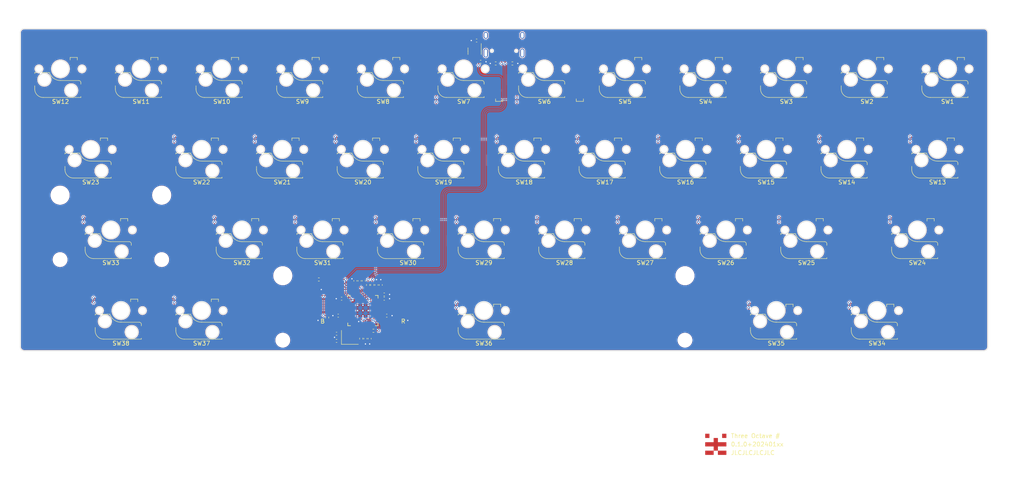
<source format=kicad_pcb>
(kicad_pcb (version 20221018) (generator pcbnew)
  (title_block (title "Three Octave #") (date "2024-01-07") (rev "0.1.0") (comment 1 "https://github.com/takayoshiotake/three-octave-sharp-38-key-keyboard"))
  (layers (0 "F.Cu" signal) (31 "B.Cu" signal) (34 "B.Paste" user) (35 "F.Paste" user) (36 "B.SilkS" user "B.Silkscreen") (37 "F.SilkS" user "F.Silkscreen") (38 "B.Mask" user) (39 "F.Mask" user) (44 "Edge.Cuts" user))
  (net 0 "")
  (net 1 "Net-(U1-XIN)")
  (net 2 "GND")
  (net 3 "Net-(C2-Pad1)")
  (net 4 "+3V3")
  (net 5 "+1V1")
  (net 6 "+5V")
  (net 7 "Net-(J1-CC1)")
  (net 8 "Net-(J1-D+-PadA6)")
  (net 9 "Net-(J1-D--PadA7)")
  (net 11 "Net-(J1-CC2)")
  (net 13 "ROW0")
  (net 14 "ROW1")
  (net 15 "ROW2")
  (net 16 "ROW3")
  (net 17 "COL0")
  (net 18 "COL1")
  (net 19 "COL2")
  (net 20 "COL3")
  (net 21 "COL4")
  (net 22 "COL5")
  (net 23 "COL6")
  (net 24 "COL7")
  (net 25 "Net-(U1-RUN)")
  (net 26 "Net-(U1-XOUT)")
  (net 27 "QSPI_SS_N")
  (net 28 "Net-(R4-Pad2)")
  (net 29 "D+")
  (net 30 "D-")
  (net 31 "~{RESET}")
  (net 33 "~{USB_BOOT}")
  (net 44 "Net-(U1-QSPI_SD3)")
  (net 45 "Net-(U1-QSPI_SCLK)")
  (net 46 "Net-(U1-QSPI_SD0)")
  (net 47 "Net-(U1-QSPI_SD2)")
  (net 48 "Net-(U1-QSPI_SD1)")
  (net 52 "Net-(D1-A)")
  (net 53 "Net-(D2-A)")
  (net 54 "Net-(D3-A)")
  (net 55 "Net-(D4-A)")
  (net 56 "Net-(D5-A)")
  (net 57 "Net-(D6-A)")
  (net 58 "Net-(D7-A)")
  (net 59 "Net-(D8-A)")
  (net 60 "Net-(D9-A)")
  (net 61 "Net-(D10-A)")
  (net 62 "Net-(D11-A)")
  (net 63 "Net-(D12-A)")
  (net 64 "Net-(D13-A)")
  (net 65 "Net-(D14-A)")
  (net 66 "Net-(D15-A)")
  (net 67 "Net-(D16-A)")
  (net 68 "Net-(D17-A)")
  (net 69 "Net-(D18-A)")
  (net 70 "Net-(D19-A)")
  (net 71 "Net-(D20-A)")
  (net 72 "Net-(D21-A)")
  (net 73 "Net-(D22-A)")
  (net 74 "Net-(D23-A)")
  (net 75 "Net-(D24-A)")
  (net 76 "Net-(D25-A)")
  (net 77 "Net-(D26-A)")
  (net 78 "Net-(D27-A)")
  (net 79 "Net-(D28-A)")
  (net 80 "Net-(D29-A)")
  (net 81 "Net-(D30-A)")
  (net 82 "Net-(D31-A)")
  (net 83 "Net-(D32-A)")
  (net 84 "Net-(D33-A)")
  (net 85 "Net-(D34-A)")
  (net 86 "Net-(D35-A)")
  (net 87 "Net-(D36-A)")
  (net 88 "Net-(D37-A)")
  (net 89 "Net-(D38-A)")
  (net 90 "COL8")
  (net 91 "COL9")
  (net 92 "COL10")
  (net 93 "COL11")
  (footprint "Capacitor_SMD:C_0402_1005Metric" (layer "F.Cu") (at 115.1725 96.45)
    (fp_text reference "C8" hide)
    (fp_text value "0.1uF" hide)
  )
  (footprint "Project_Library:D_SOD-323F" (layer "F.Cu") (at 117.4275 36.9 -90)
    (fp_text reference "D8" hide)
    (fp_text value "1N4148WS" hide)
  )
  (footprint "Project_Library:Hot_Swap_Socket_CPG151101S11" (layer "F.Cu") (at 56.515 41.91)
    (fp_text reference "SW11")
    (fp_text value "Key P")
    (fp_circle (center -4.445 -3.81) (end -5.32 -3.81) (stroke (width 0.12)) (fill none) (layer "Edge.Cuts"))
    (fp_circle (center -3.175 -1.27) (end -4.675 -1.27) (stroke (width 0.12)) (fill none) (layer "Edge.Cuts"))
    (fp_circle (center 0.635 -3.81) (end -1.415 -3.81) (stroke (width 0.12)) (fill none) (layer "Edge.Cuts"))
    (fp_circle (center 3.175 1.27) (end 1.675 1.27) (stroke (width 0.12)) (fill none) (layer "Edge.Cuts"))
    (fp_circle (center 5.715 -3.81) (end 4.84 -3.81) (stroke (width 0.12)) (fill none) (layer "Edge.Cuts"))
  )
  (footprint "Project_Library:Hot_Swap_Socket_CPG151101S11" (layer "F.Cu") (at 185.1025 60.96)
    (fp_text reference "SW16")
    (fp_text value "Key D")
    (fp_circle (center -4.445 -3.81) (end -5.32 -3.81) (stroke (width 0.12)) (fill none) (layer "Edge.Cuts"))
    (fp_circle (center -3.175 -1.27) (end -4.675 -1.27) (stroke (width 0.12)) (fill none) (layer "Edge.Cuts"))
    (fp_circle (center 0.635 -3.81) (end -1.415 -3.81) (stroke (width 0.12)) (fill none) (layer "Edge.Cuts"))
    (fp_circle (center 3.175 1.27) (end 1.675 1.27) (stroke (width 0.12)) (fill none) (layer "Edge.Cuts"))
    (fp_circle (center 5.715 -3.81) (end 4.84 -3.81) (stroke (width 0.12)) (fill none) (layer "Edge.Cuts"))
  )
  (footprint "Capacitor_SMD:C_0402_1005Metric" (layer "F.Cu") (at 114.5725 92.44)
    (fp_text reference "C9" hide)
    (fp_text value "0.1uF" hide)
  )
  (footprint "Capacitor_SMD:C_0402_1005Metric" (layer "F.Cu") (at 111.1375 101.885 -90)
    (fp_text reference "C13" hide)
    (fp_text value "0.1uF" hide)
  )
  (footprint "Capacitor_SMD:C_0402_1005Metric" (layer "F.Cu") (at 112.7575 89.195 90)
    (fp_text reference "C4" hide)
    (fp_text value "1uF" hide)
  )
  (footprint "Project_Library:Hot_Swap_Socket_CPG151101S11" (layer "F.Cu") (at 137.4775 80.01)
    (fp_text reference "SW29")
    (fp_text value "Key B")
    (fp_circle (center -4.445 -3.81) (end -5.32 -3.81) (stroke (width 0.12)) (fill none) (layer "Edge.Cuts"))
    (fp_circle (center -3.175 -1.27) (end -4.675 -1.27) (stroke (width 0.12)) (fill none) (layer "Edge.Cuts"))
    (fp_circle (center 0.635 -3.81) (end -1.415 -3.81) (stroke (width 0.12)) (fill none) (layer "Edge.Cuts"))
    (fp_circle (center 3.175 1.27) (end 1.675 1.27) (stroke (width 0.12)) (fill none) (layer "Edge.Cuts"))
    (fp_circle (center 5.715 -3.81) (end 4.84 -3.81) (stroke (width 0.12)) (fill none) (layer "Edge.Cuts"))
  )
  (footprint "Capacitor_SMD:C_0402_1005Metric" (layer "F.Cu") (at 110.1375 101.885 -90)
    (fp_text reference "C7" hide)
    (fp_text value "0.1uF" hide)
  )
  (footprint "Project_Library:Hot_Swap_Socket_CPG151101S11" (layer "F.Cu") (at 244.63375 60.96)
    (fp_text reference "SW13")
    (fp_text value "Key Caps")
    (fp_circle (center -4.445 -3.81) (end -5.32 -3.81) (stroke (width 0.12)) (fill none) (layer "Edge.Cuts"))
    (fp_circle (center -3.175 -1.27) (end -4.675 -1.27) (stroke (width 0.12)) (fill none) (layer "Edge.Cuts"))
    (fp_circle (center 0.635 -3.81) (end -1.415 -3.81) (stroke (width 0.12)) (fill none) (layer "Edge.Cuts"))
    (fp_circle (center 3.175 1.27) (end 1.675 1.27) (stroke (width 0.12)) (fill none) (layer "Edge.Cuts"))
    (fp_circle (center 5.715 -3.81) (end 4.84 -3.81) (stroke (width 0.12)) (fill none) (layer "Edge.Cuts"))
  )
  (footprint "Resistor_SMD:R_0402_1005Metric" (layer "F.Cu") (at 144.845 36.815)
    (fp_text reference "R8" hide)
    (fp_text value "5.1K" hide)
  )
  (footprint "Resistor_SMD:R_0402_1005Metric" (layer "F.Cu") (at 109.1375 101.885 -90)
    (fp_text reference "R2" hide)
    (fp_text value "1K" hide)
  )
  (footprint "Project_Library:Hot_Swap_Socket_CPG151101S11" (layer "F.Cu") (at 80.3275 80.01)
    (fp_text reference "SW32")
    (fp_text value "Key ,")
    (fp_circle (center -4.445 -3.81) (end -5.32 -3.81) (stroke (width 0.12)) (fill none) (layer "Edge.Cuts"))
    (fp_circle (center -3.175 -1.27) (end -4.675 -1.27) (stroke (width 0.12)) (fill none) (layer "Edge.Cuts"))
    (fp_circle (center 0.635 -3.81) (end -1.415 -3.81) (stroke (width 0.12)) (fill none) (layer "Edge.Cuts"))
    (fp_circle (center 3.175 1.27) (end 1.675 1.27) (stroke (width 0.12)) (fill none) (layer "Edge.Cuts"))
    (fp_circle (center 5.715 -3.81) (end 4.84 -3.81) (stroke (width 0.12)) (fill none) (layer "Edge.Cuts"))
  )
  (footprint "Project_Library:Hot_Swap_Socket_CPG151101S11" (layer "F.Cu") (at 151.765 41.91)
    (fp_text reference "SW6")
    (fp_text value "Key T")
    (fp_circle (center -4.445 -3.81) (end -5.32 -3.81) (stroke (width 0.12)) (fill none) (layer "Edge.Cuts"))
    (fp_circle (center -3.175 -1.27) (end -4.675 -1.27) (stroke (width 0.12)) (fill none) (layer "Edge.Cuts"))
    (fp_circle (center 0.635 -3.81) (end -1.415 -3.81) (stroke (width 0.12)) (fill none) (layer "Edge.Cuts"))
    (fp_circle (center 3.175 1.27) (end 1.675 1.27) (stroke (width 0.12)) (fill none) (layer "Edge.Cuts"))
    (fp_circle (center 5.715 -3.81) (end 4.84 -3.81) (stroke (width 0.12)) (fill none) (layer "Edge.Cuts"))
  )
  (footprint "Project_Library:D_SOD-323F" (layer "F.Cu") (at 41.2275 36.9 -90)
    (fp_text reference "D12" hide)
    (fp_text value "1N4148WS" hide)
  )
  (footprint "Project_Library:D_SOD-323F" (layer "F.Cu") (at 243.63375 75 -90)
    (fp_text reference "D24" hide)
    (fp_text value "1N4148WS" hide)
  )
  (footprint "Project_Library:Stabilizer_2u" (layer "F.Cu") (at 50.00625 76.2 180)
    (fp_text reference "REF**" hide)
    (fp_text value "Stabilizer_2u" hide)
  )
  (footprint "Project_Library:D_SOD-323F" (layer "F.Cu") (at 226.965 55.95 -90)
    (fp_text reference "D14" hide)
    (fp_text value "1N4148WS" hide)
  )
  (footprint "Project_Library:D_SOD-323F" (layer "F.Cu") (at 141.24 95.25 -90)
    (fp_text reference "D36" hide)
    (fp_text value "1N4148WS" hide)
  )
  (footprint "Project_Library:D_SOD-323F" (layer "F.Cu") (at 212.6775 36.9 -90)
    (fp_text reference "D3" hide)
    (fp_text value "1N4148WS" hide)
  )
  (footprint "Project_Library:Hot_Swap_Socket_CPG151101S11" (layer "F.Cu") (at 189.865 41.91)
    (fp_text reference "SW4")
    (fp_text value "Key E")
    (fp_circle (center -4.445 -3.81) (end -5.32 -3.81) (stroke (width 0.12)) (fill none) (layer "Edge.Cuts"))
    (fp_circle (center -3.175 -1.27) (end -4.675 -1.27) (stroke (width 0.12)) (fill none) (layer "Edge.Cuts"))
    (fp_circle (center 0.635 -3.81) (end -1.415 -3.81) (stroke (width 0.12)) (fill none) (layer "Edge.Cuts"))
    (fp_circle (center 3.175 1.27) (end 1.675 1.27) (stroke (width 0.12)) (fill none) (layer "Edge.Cuts"))
    (fp_circle (center 5.715 -3.81) (end 4.84 -3.81) (stroke (width 0.12)) (fill none) (layer "Edge.Cuts"))
  )
  (footprint "Project_Library:Hot_Swap_Socket_CPG151101S11" (layer "F.Cu") (at 118.4275 80.01)
    (fp_text reference "SW30")
    (fp_text value "Key N")
    (fp_circle (center -4.445 -3.81) (end -5.32 -3.81) (stroke (width 0.12)) (fill none) (layer "Edge.Cuts"))
    (fp_circle (center -3.175 -1.27) (end -4.675 -1.27) (stroke (width 0.12)) (fill none) (layer "Edge.Cuts"))
    (fp_circle (center 0.635 -3.81) (end -1.415 -3.81) (stroke (width 0.12)) (fill none) (layer "Edge.Cuts"))
    (fp_circle (center 3.175 1.27) (end 1.675 1.27) (stroke (width 0.12)) (fill none) (layer "Edge.Cuts"))
    (fp_circle (center 5.715 -3.81) (end 4.84 -3.81) (stroke (width 0.12)) (fill none) (layer "Edge.Cuts"))
  )
  (footprint "Project_Library:Hot_Swap_Socket_CPG151101S11" (layer "F.Cu") (at 108.9025 60.96)
    (fp_text reference "SW20")
    (fp_text value "Key J")
    (fp_circle (center -4.445 -3.81) (end -5.32 -3.81) (stroke (width 0.12)) (fill none) (layer "Edge.Cuts"))
    (fp_circle (center -3.175 -1.27) (end -4.675 -1.27) (stroke (width 0.12)) (fill none) (layer "Edge.Cuts"))
    (fp_circle (center 0.635 -3.81) (end -1.415 -3.81) (stroke (width 0.12)) (fill none) (layer "Edge.Cuts"))
    (fp_circle (center 3.175 1.27) (end 1.675 1.27) (stroke (width 0.12)) (fill none) (layer "Edge.Cuts"))
    (fp_circle (center 5.715 -3.81) (end 4.84 -3.81) (stroke (width 0.12)) (fill none) (layer "Edge.Cuts"))
  )
  (footprint "Project_Library:Hot_Swap_Socket_CPG151101S11" (layer "F.Cu") (at 147.0025 60.96)
    (fp_text reference "SW18")
    (fp_text value "Key G")
    (fp_circle (center -4.445 -3.81) (end -5.32 -3.81) (stroke (width 0.12)) (fill none) (layer "Edge.Cuts"))
    (fp_circle (center -3.175 -1.27) (end -4.675 -1.27) (stroke (width 0.12)) (fill none) (layer "Edge.Cuts"))
    (fp_circle (center 0.635 -3.81) (end -1.415 -3.81) (stroke (width 0.12)) (fill none) (layer "Edge.Cuts"))
    (fp_circle (center 3.175 1.27) (end 1.675 1.27) (stroke (width 0.12)) (fill none) (layer "Edge.Cuts"))
    (fp_circle (center 5.715 -3.81) (end 4.84 -3.81) (stroke (width 0.12)) (fill none) (layer "Edge.Cuts"))
  )
  (footprint "Capacitor_SMD:C_0402_1005Metric" (layer "F.Cu") (at 114.5725 91.44)
    (fp_text reference "C10" hide)
    (fp_text value "0.1uF" hide)
  )
  (footprint "Project_Library:Hot_Swap_Socket_CPG151101S11" (layer "F.Cu") (at 175.5775 80.01)
    (fp_text reference "SW27")
    (fp_text value "Key C")
    (fp_circle (center -4.445 -3.81) (end -5.32 -3.81) (stroke (width 0.12)) (fill none) (layer "Edge.Cuts"))
    (fp_circle (center -3.175 -1.27) (end -4.675 -1.27) (stroke (width 0.12)) (fill none) (layer "Edge.Cuts"))
    (fp_circle (center 0.635 -3.81) (end -1.415 -3.81) (stroke (width 0.12)) (fill none) (layer "Edge.Cuts"))
    (fp_circle (center 3.175 1.27) (end 1.675 1.27) (stroke (width 0.12)) (fill none) (layer "Edge.Cuts"))
    (fp_circle (center 5.715 -3.81) (end 4.84 -3.81) (stroke (width 0.12)) (fill none) (layer "Edge.Cuts"))
  )
  (footprint "Project_Library:Tactile_Switch_SKRP_Series" (layer "F.Cu") (at 119.0625 100.675 -90)
    (fp_text reference "SW_R1" hide)
    (fp_text value "Alps_Alpine_SKRP" hide)
  )
  (footprint "Project_Library:D_SOD-323F" (layer "F.Cu") (at 193.6275 36.9 -90)
    (fp_text reference "D4" hide)
    (fp_text value "1N4148WS" hide)
  )
  (footprint "Project_Library:Hot_Swap_Socket_CPG151101S11" (layer "F.Cu") (at 223.2025 60.96)
    (fp_text reference "SW14")
    (fp_text value "Key A")
    (fp_circle (center -4.445 -3.81) (end -5.32 -3.81) (stroke (width 0.12)) (fill none) (layer "Edge.Cuts"))
    (fp_circle (center -3.175 -1.27) (end -4.675 -1.27) (stroke (width 0.12)) (fill none) (layer "Edge.Cuts"))
    (fp_circle (center 0.635 -3.81) (end -1.415 -3.81) (stroke (width 0.12)) (fill none) (layer "Edge.Cuts"))
    (fp_circle (center 3.175 1.27) (end 1.675 1.27) (stroke (width 0.12)) (fill none) (layer "Edge.Cuts"))
    (fp_circle (center 5.715 -3.81) (end 4.84 -3.81) (stroke (width 0.12)) (fill none) (layer "Edge.Cuts"))
  )
  (footprint "Project_Library:Hot_Swap_Socket_CPG151101S11" (layer "F.Cu") (at 213.6775 80.01)
    (fp_text reference "SW25")
    (fp_text value "Key Z")
    (fp_circle (center -4.445 -3.81) (end -5.32 -3.81) (stroke (width 0.12)) (fill none) (layer "Edge.Cuts"))
    (fp_circle (center -3.175 -1.27) (end -4.675 -1.27) (stroke (width 0.12)) (fill none) (layer "Edge.Cuts"))
    (fp_circle (center 0.635 -3.81) (end -1.415 -3.81) (stroke (width 0.12)) (fill none) (layer "Edge.Cuts"))
    (fp_circle (center 3.175 1.27) (end 1.675 1.27) (stroke (width 0.12)) (fill none) (layer "Edge.Cuts"))
    (fp_circle (center 5.715 -3.81) (end 4.84 -3.81) (stroke (width 0.12)) (fill none) (layer "Edge.Cuts"))
  )
  (footprint "Project_Library:D_SOD-323F" (layer "F.Cu") (at 79.3275 36.9 -90)
    (fp_text reference "D10" hide)
    (fp_text value "1N4148WS" hide)
  )
  (footprint "Project_Library:D_SOD-323F" (layer "F.Cu") (at 160.29 75 -90)
    (fp_text reference "D28" hide)
    (fp_text value "1N4148WS" hide)
  )
  (footprint "Resistor_SMD:R_0402_1005Metric" (layer "F.Cu") (at 112.0175 100.025 180)
    (fp_text reference "R1" hide)
    (fp_text value "10K" hide)
  )
  (footprint "Project_Library:D_SOD-323F" (layer "F.Cu") (at 231.7275 36.9 -90)
    (fp_text reference "D2" hide)
    (fp_text value "1N4148WS" hide)
  )
  (footprint "Project_Library:Hot_Swap_Socket_CPG151101S11" (layer "F.Cu") (at 170.815 41.91)
    (fp_text reference "SW5")
    (fp_text value "Key R")
    (fp_circle (center -4.445 -3.81) (end -5.32 -3.81) (stroke (width 0.12)) (fill none) (layer "Edge.Cuts"))
    (fp_circle (center -3.175 -1.27) (end -4.675 -1.27) (stroke (width 0.12)) (fill none) (layer "Edge.Cuts"))
    (fp_circle (center 0.635 -3.81) (end -1.415 -3.81) (stroke (width 0.12)) (fill none) (layer "Edge.Cuts"))
    (fp_circle (center 3.175 1.27) (end 1.675 1.27) (stroke (width 0.12)) (fill none) (layer "Edge.Cuts"))
    (fp_circle (center 5.715 -3.81) (end 4.84 -3.81) (stroke (width 0.12)) (fill none) (layer "Edge.Cuts"))
  )
  (footprint "Crystal:Crystal_SMD_3225-4Pin_3.2x2.5mm" (layer "F.Cu") (at 106.47 101.575)
    (fp_text reference "Y1" hide)
    (fp_text value "12MHz" hide)
  )
  (footprint "Project_Library:D_SOD-323F" (layer "F.Cu") (at 174.5775 36.9 -90)
    (fp_text reference "D5" hide)
    (fp_text value "1N4148WS" hide)
  )
  (footprint "Project_Library:D_SOD-323F" (layer "F.Cu") (at 48.37125 55.95 -90)
    (fp_text reference "D23" hide)
    (fp_text value "1N4148WS" hide)
  )
  (footprint "Capacitor_SMD:C_0402_1005Metric" (layer "F.Cu") (at 103.7025 96.45 180)
    (fp_text reference "C6" hide)
    (fp_text value "0.1uF" hide)
  )
  (footprint "Project_Library:D_SOD-323F" (layer "F.Cu") (at 150.765 55.95 -90)
    (fp_text reference "D18" hide)
    (fp_text value "1N4148WS" hide)
  )
  (footprint "Project_Library:Hot_Swap_Socket_CPG151101S11" (layer "F.Cu") (at 194.6275 80.01)
    (fp_text reference "SW26")
    (fp_text value "Key X")
    (fp_circle (center -4.445 -3.81) (end -5.32 -3.81) (stroke (width 0.12)) (fill none) (layer "Edge.Cuts"))
    (fp_circle (center -3.175 -1.27) (end -4.675 -1.27) (stroke (width 0.12)) (fill none) (layer "Edge.Cuts"))
    (fp_circle (center 0.635 -3.81) (end -1.415 -3.81) (stroke (width 0.12)) (fill none) (layer "Edge.Cuts"))
    (fp_circle (center 3.175 1.27) (end 1.675 1.27) (stroke (width 0.12)) (fill none) (layer "Edge.Cuts"))
    (fp_circle (center 5.715 -3.81) (end 4.84 -3.81) (stroke (width 0.12)) (fill none) (layer "Edge.Cuts"))
  )
  (footprint "Resistor_SMD:R_0402_1005Metric" (layer "F.Cu") (at 110.7575 89.195 90)
    (fp_text reference "R5" hide)
    (fp_text value "27" hide)
  )
  (footprint "Project_Library:D_SOD-323F" (layer "F.Cu") (at 207.915 55.95 -90)
    (fp_text reference "D15" hide)
    (fp_text value "1N4148WS" hide)
  )
  (footprint "Resistor_SMD:R_0402_1005Metric" (layer "F.Cu") (at 101.0875 96.895 -90)
    (fp_text reference "R4" hide)
    (fp_text value "1K" hide)
  )
  (footprint "Project_Library:D_SOD-323F" (layer "F.Cu") (at 250.7775 36.9 -90)
    (fp_text reference "D1" hide)
    (fp_text value "1N4148WS" hide)
  )
  (footprint "Project_Library:D_SOD-323F" (layer "F.Cu") (at 210.29625 95.25 -90)
    (fp_text reference "D35" hide)
    (fp_text value "1N4148WS" hide)
  )
  (footprint "Project_Library:RP2040_QFN-56" (layer "F.Cu") (at 109.5375 95.25)
    (fp_text reference "U1" hide)
    (fp_text value "Raspberry_Pi_RP2040" hide)
  )
  (footprint "Project_Library:Hot_Swap_Socket_CPG151101S11" (layer "F.Cu") (at 94.615 41.91)
    (fp_text reference "SW9")
    (fp_text value "Key I")
    (fp_circle (center -4.445 -3.81) (end -5.32 -3.81) (stroke (width 0.12)) (fill none) (layer "Edge.Cuts"))
    (fp_circle (center -3.175 -1.27) (end -4.675 -1.27) (stroke (width 0.12)) (fill none) (layer "Edge.Cuts"))
    (fp_circle (center 0.635 -3.81) (end -1.415 -3.81) (stroke (width 0.12)) (fill none) (layer "Edge.Cuts"))
    (fp_circle (center 3.175 1.27) (end 1.675 1.27) (stroke (width 0.12)) (fill none) (layer "Edge.Cuts"))
    (fp_circle (center 5.715 -3.81) (end 4.84 -3.81) (stroke (width 0.12)) (fill none) (layer "Edge.Cuts"))
  )
  (footprint "Project_Library:D_SOD-323F" (layer "F.Cu") (at 122.19 75 -90)
    (fp_text reference "D30" hide)
    (fp_text value "1N4148WS" hide)
  )
  (footprint "Project_Library:D_SOD-323F" (layer "F.Cu") (at 103.14 75 -90)
    (fp_text reference "D31" hide)
    (fp_text value "1N4148WS" hide)
  )
  (footprint "Project_Library:Hot_Swap_Socket_CPG151101S11" (layer "F.Cu") (at 206.53375 99.06)
    (fp_text reference "SW35")
    (fp_text value "Key Cmd")
    (fp_circle (center -4.445 -3.81) (end -5.32 -3.81) (stroke (width 0.12)) (fill none) (layer "Edge.Cuts"))
    (fp_circle (center -3.175 -1.27) (end -4.675 -1.27) (stroke (width 0.12)) (fill none) (layer "Edge.Cuts"))
    (fp_circle (center 0.635 -3.81) (end -1.415 -3.81) (stroke (width 0.12)) (fill none) (layer "Edge.Cuts"))
    (fp_circle (center 3.175 1.27) (end 1.675 1.27) (stroke (width 0.12)) (fill none) (layer "Edge.Cuts"))
    (fp_circle (center 5.715 -3.81) (end 4.84 -3.81) (stroke (width 0.12)) (fill none) (layer "Edge.Cuts"))
  )
  (footprint "Capacitor_SMD:C_0402_1005Metric" (layer "F.Cu") (at 108.7575 88.215 90)
    (fp_text reference "C12" hide)
    (fp_text value "0.1uF" hide)
  )
  (footprint "Project_Library:D_SOD-323F" (layer "F.Cu") (at 217.44 75 -90)
    (fp_text reference "D25" hide)
    (fp_text value "1N4148WS" hide)
  )
  (footprint "Project_Library:D_SOD-323F" (layer "F.Cu") (at 234.10875 95.25 -90)
    (fp_text reference "D34" hide)
    (fp_text value "1N4148WS" hide)
  )
  (footprint "Resistor_SMD:R_0402_1005Metric" (layer "F.Cu") (at 111.7575 89.195 90)
    (fp_text reference "R6" hide)
    (fp_text value "27" hide)
  )
  (footprint "Project_Library:D_SOD-323F" (layer "F.Cu") (at 131.715 55.95 -90)
    (fp_text reference "D19" hide)
    (fp_text value "1N4148WS" hide)
  )
  (footprint "Project_Library:D_SOD-323F" (layer "F.Cu") (at 74.565 55.95 -90)
    (fp_text reference "D22" hide)
    (fp_text value "1N4148WS" hide)
  )
  (footprint "Capacitor_SMD:C_0402_1005Metric" (layer "F.Cu") (at 109.7575 88.215 90)
    (fp_text reference "C11" hide)
    (fp_text value "0.1uF" hide)
  )
  (footprint "Project_Library:Hot_Swap_Socket_CPG151101S11" (layer "F.Cu") (at 227.965 41.91)
    (fp_text reference "SW2")
    (fp_text value "Key Q")
    (fp_circle (center -4.445 -3.81) (end -5.32 -3.81) (stroke (width 0.12)) (fill none) (layer "Edge.Cuts"))
    (fp_circle (center -3.175 -1.27) (end -4.675 -1.27) (stroke (width 0.12)) (fill none) (layer "Edge.Cuts"))
    (fp_circle (center 0.635 -3.81) (end -1.415 -3.81) (stroke (width 0.12)) (fill none) (layer "Edge.Cuts"))
    (fp_circle (center 3.175 1.27) (end 1.675 1.27) (stroke (width 0.12)) (fill none) (layer "Edge.Cuts"))
    (fp_circle (center 5.715 -3.81) (end 4.84 -3.81) (stroke (width 0.12)) (fill none) (layer "Edge.Cuts"))
  )
  (footprint "Project_Library:D_SOD-323F" (layer "F.Cu") (at 179.34 75 -90)
    (fp_text reference "D27" hide)
    (fp_text value "1N4148WS" hide)
  )
  (footprint "Project_Library:Hot_Swap_Socket_CPG151101S11" (layer "F.Cu") (at 75.565 41.91)
    (fp_text reference "SW10")
    (fp_text value "Key O")
    (fp_circle (center -4.445 -3.81) (end -5.32 -3.81) (stroke (width 0.12)) (fill none) (layer "Edge.Cuts"))
    (fp_circle (center -3.175 -1.27) (end -4.675 -1.27) (stroke (width 0.12)) (fill none) (layer "Edge.Cuts"))
    (fp_circle (center 0.635 -3.81) (end -1.415 -3.81) (stroke (width 0.12)) (fill none) (layer "Edge.Cuts"))
    (fp_circle (center 3.175 1.27) (end 1.675 1.27) (stroke (width 0.12)) (fill none) (layer "Edge.Cuts"))
    (fp_circle (center 5.715 -3.81) (end 4.84 -3.81) (stroke (width 0.12)) (fill none) (layer "Edge.Cuts"))
  )
  (footprint "Project_Library:D_SOD-323F" (layer "F.Cu") (at 112.665 55.95 -90)
    (fp_text reference "D20" hide)
    (fp_text value "1N4148WS" hide)
  )
  (footprint "Project_Library:Hot_Swap_Socket_CPG151101S11" (layer "F.Cu") (at 247.015 41.91)
    (fp_text reference "SW1")
    (fp_text value "Key Tab")
    (fp_circle (center -4.445 -3.81) (end -5.32 -3.81) (stroke (width 0.12)) (fill none) (layer "Edge.Cuts"))
    (fp_circle (center -3.175 -1.27) (end -4.675 -1.27) (stroke (width 0.12)) (fill none) (layer "Edge.Cuts"))
    (fp_circle (center 0.635 -3.81) (end -1.415 -3.81) (stroke (width 0.12)) (fill none) (layer "Edge.Cuts"))
    (fp_circle (center 3.175 1.27) (end 1.675 1.27) (stroke (width 0.12)) (fill none) (layer "Edge.Cuts"))
    (fp_circle (center 5.715 -3.81) (end 4.84 -3.81) (stroke (width 0.12)) (fill none) (layer "Edge.Cuts"))
  )
  (footprint "Project_Library:D_SOD-323F" (layer "F.Cu") (at 141.24 75 -90)
    (fp_text reference "D29" hide)
    (fp_text value "1N4148WS" hide)
  )
  (footprint "Project_Library:D_SOD-323F" (layer "F.Cu") (at 93.615 55.95 -90)
    (fp_text reference "D21" hide)
    (fp_text value "1N4148WS" hide)
  )
  (footprint "Capacitor_SMD:C_0402_1005Metric" (layer "F.Cu") (at 103.31 100.725 180)
    (fp_text reference "C1" hide)
    (fp_text value "30pF" hide)
  )
  (footprint "Resistor_SMD:R_0402_1005Metric" (layer "F.Cu") (at 99.129 87.895)
    (fp_text reference "R3" hide)
    (fp_text value "10K" hide)
  )
  (footprint "Capacitor_SMD:C_0402_1005Metric" (layer "F.Cu") (at 104.5025 92.44 180)
    (fp_text reference "C5" hide)
    (fp_text value "0.1uF" hide)
  )
  (footprint "Project_Library:D_SOD-323F" (layer "F.Cu") (at 141.725 44.28 90)
    (fp_text reference "D7" hide)
    (fp_text value "1N4148WS" hide)
  )
  (footprint "Project_Library:D_SOD-323F" (layer "F.Cu") (at 188.865 55.95 -90)
    (fp_text reference "D16" hide)
    (fp_text value "1N4148WS" hide)
  )
  (footprint "Project_Library:Hot_Swap_Socket_CPG151101S11" (layer "F.Cu") (at 89.8525 60.96)
    (fp_text reference "SW21")
    (fp_text value "Key K")
    (fp_circle (center -4.445 -3.81) (end -5.32 -3.81) (stroke (width 0.12)) (fill none) (layer "Edge.Cuts"))
    (fp_circle (center -3.175 -1.27) (end -4.675 -1.27) (stroke (width 0.12)) (fill none) (layer "Edge.Cuts"))
    (fp_circle (center 0.635 -3.81) (end -1.415 -3.81) (stroke (width 0.12)) (fill none) (layer "Edge.Cuts"))
    (fp_circle (center 3.175 1.27) (end 1.675 1.27) (stroke (width 0.12)) (fill none) (layer "Edge.Cuts"))
    (fp_circle (center 5.715 -3.81) (end 4.84 -3.81) (stroke (width 0.12)) (fill none) (layer "Edge.Cuts"))
  )
  (footprint "Project_Library:Hot_Swap_Socket_CPG151101S11" (layer "F.Cu") (at 37.465 41.91)
    (fp_text reference "SW12")
    (fp_text value "Key BS")
    (fp_circle (center -4.445 -3.81) (end -5.32 -3.81) (stroke (width 0.12)) (fill none) (layer "Edge.Cuts"))
    (fp_circle (center -3.175 -1.27) (end -4.675 -1.27) (stroke (width 0.12)) (fill none) (layer "Edge.Cuts"))
    (fp_circle (center 0.635 -3.81) (end -1.415 -3.81) (stroke (width 0.12)) (fill none) (layer "Edge.Cuts"))
    (fp_circle (center 3.175 1.27) (end 1.675 1.27) (stroke (width 0.12)) (fill none) (layer "Edge.Cuts"))
    (fp_circle (center 5.715 -3.81) (end 4.84 -3.81) (stroke (width 0.12)) (fill none) (layer "Edge.Cuts"))
  )
  (footprint "Project_Library:Hot_Swap_Socket_CPG151101S11" (layer "F.Cu") (at 51.7525 99.06)
    (fp_text reference "SW38")
    (fp_text value "Key Fn")
    (fp_circle (center -4.445 -3.81) (end -5.32 -3.81) (stroke (width 0.12)) (fill none) (layer "Edge.Cuts"))
    (fp_circle (center -3.175 -1.27) (end -4.675 -1.27) (stroke (width 0.12)) (fill none) (layer "Edge.Cuts"))
    (fp_circle (center 0.635 -3.81) (end -1.415 -3.81) (stroke (width 0.12)) (fill none) (layer "Edge.Cuts"))
    (fp_circle (center 3.175 1.27) (end 1.675 1.27) (stroke (width 0.12)) (fill none) (layer "Edge.Cuts"))
    (fp_circle (center 5.715 -3.81) (end 4.84 -3.81) (stroke (width 0.12)) (fill none) (layer "Edge.Cuts"))
  )
  (footprint "Capacitor_SMD:C_0402_1005Metric" (layer "F.Cu") (at 113.7575 89.195 90)
    (fp_text reference "C3" hide)
    (fp_text value "1uF" hide)
  )
  (footprint "Project_Library:Hot_Swap_Socket_CPG151101S11" (layer "F.Cu") (at 230.34625 99.06)
    (fp_text reference "SW34")
    (fp_text value "Key Ctrl")
    (fp_circle (center -4.445 -3.81) (end -5.32 -3.81) (stroke (width 0.12)) (fill none) (layer "Edge.Cuts"))
    (fp_circle (center -3.175 -1.27) (end -4.675 -1.27) (stroke (width 0.12)) (fill none) (layer "Edge.Cuts"))
    (fp_circle (center 0.635 -3.81) (end -1.415 -3.81) (stroke (width 0.12)) (fill none) (layer "Edge.Cuts"))
    (fp_circle (center 3.175 1.27) (end 1.675 1.27) (stroke (width 0.12)) (fill none) (layer "Edge.Cuts"))
    (fp_circle (center 5.715 -3.81) (end 4.84 -3.81) (stroke (width 0.12)) (fill none) (layer "Edge.Cuts"))
  )
  (footprint "Project_Library:Hot_Swap_Socket_CPG151101S11" (layer "F.Cu") (at 137.4775 99.06)
    (fp_text reference "SW36")
    (fp_text value "Key Space")
    (fp_circle (center -4.445 -3.81) (end -5.32 -3.81) (stroke (width 0.12)) (fill none) (layer "Edge.Cuts"))
    (fp_circle (center -3.175 -1.27) (end -4.675 -1.27) (stroke (width 0.12)) (fill none) (layer "Edge.Cuts"))
    (fp_circle (center 0.635 -3.81) (end -1.415 -3.81) (stroke (width 0.12)) (fill none) (layer "Edge.Cuts"))
    (fp_circle (center 3.175 1.27) (end 1.675 1.27) (stroke (width 0.12)) (fill none) (layer "Edge.Cuts"))
    (fp_circle (center 5.715 -3.81) (end 4.84 -3.81) (stroke (width 0.12)) (fill none) (layer "Edge.Cuts"))
  )
  (footprint "Project_Library:HRO_TYPE-C-31-M-12" (layer "F.Cu") (at 142.875 32.7175 180)
    (fp_text reference "J1" hide)
    (fp_text value "HRO_TYPE-C-31-M-12" hide)
    (fp_circle (center -2.89 -1.1025) (end -2.565 -1.1025) (stroke (width 0.12)) (fill none) (layer "Edge.Cuts"))
    (fp_circle (center 2.89 -1.1025) (end 3.215 -1.1025) (stroke (width 0.12)) (fill none) (layer "Edge.Cuts"))
  )
  (footprint "Project_Library:Hot_Swap_Socket_CPG151101S11" (layer "F.Cu") (at 113.665 41.91)
    (fp_text reference "SW8")
    (fp_text value "Key U")
    (fp_circle (center -4.445 -3.81) (end -5.32 -3.81) (stroke (width 0.12)) (fill none) (layer "Edge.Cuts"))
    (fp_circle (center -3.175 -1.27) (end -4.675 -1.27) (stroke (width 0.12)) (fill none) (layer "Edge.Cuts"))
    (fp_circle (center 0.635 -3.81) (end -1.415 -3.81) (stroke (width 0.12)) (fill none) (layer "Edge.Cuts"))
    (fp_circle (center 3.175 1.27) (end 1.675 1.27) (stroke (width 0.12)) (fill none) (layer "Edge.Cuts"))
    (fp_circle (center 5.715 -3.81) (end 4.84 -3.81) (stroke (width 0.12)) (fill none) (layer "Edge.Cuts"))
  )
  (footprint "Project_Library:D_SOD-323F" (layer "F.Cu") (at 98.3775 36.9 -90)
    (fp_text reference "D9" hide)
    (fp_text value "1N4148WS" hide)
  )
  (footprint "Project_Library:Hot_Swap_Socket_CPG151101S11" (layer "F.Cu") (at 239.87125 80.01)
    (fp_text reference "SW24")
    (fp_text value "Key Shift")
    (fp_circle (center -4.445 -3.81) (end -5.32 -3.81) (stroke (width 0.12)) (fill none) (layer "Edge.Cuts"))
    (fp_circle (center -3.175 -1.27) (end -4.675 -1.27) (stroke (width 0.12)) (fill none) (layer "Edge.Cuts"))
    (fp_circle (center 0.635 -3.81) (end -1.415 -3.81) (stroke (width 0.12)) (fill none) (layer "Edge.Cuts"))
    (fp_circle (center 3.175 1.27) (end 1.675 1.27) (stroke (width 0.12)) (fill none) (layer "Edge.Cuts"))
    (fp_circle (center 5.715 -3.81) (end 4.84 -3.81) (stroke (width 0.12)) (fill none) (layer "Edge.Cuts"))
  )
  (footprint "Project_Library:Hot_Swap_Socket_CPG151101S11" (layer "F.Cu") (at 127.9525 60.96)
    (fp_text reference "SW19")
    (fp_text value "Key H")
    (fp_circle (center -4.445 -3.81) (end -5.32 -3.81) (stroke (width 0.12)) (fill none) (layer "Edge.Cuts"))
    (fp_circle (center -3.175 -1.27) (end -4.675 -1.27) (stroke (width 0.12)) (fill none) (layer "Edge.Cuts"))
    (fp_circle (center 0.635 -3.81) (end -1.415 -3.81) (stroke (width 0.12)) (fill none) (layer "Edge.Cuts"))
    (fp_circle (center 3.175 1.27) (end 1.675 1.27) (stroke (width 0.12)) (fill none) (layer "Edge.Cuts"))
    (fp_circle (center 5.715 -3.81) (end 4.84 -3.81) (stroke (width 0.12)) (fill none) (layer "Edge.Cuts"))
  )
  (footprint "Capacitor_SMD:C_0402_1005Metric" (layer "F.Cu") (at 107.7575 88.215 90)
    (fp_text reference "C14" hide)
    (fp_text value "0.1uF" hide)
  )
  (footprint "Project_Library:Hot_Swap_Socket_CPG151101S11" (layer "F.Cu") (at 49.37125 80.01)
    (fp_text reference "SW33")
    (fp_text value "Key Shift")
    (fp_circle (center -4.445 -3.81) (end -5.32 -3.81) (stroke (width 0.12)) (fill none) (layer "Edge.Cuts"))
    (fp_circle (center -3.175 -1.27) (end -4.675 -1.27) (stroke (width 0.12)) (fill none) (layer "Edge.Cuts"))
    (fp_circle (center 0.635 -3.81) (end -1.415 -3.81) (stroke (width 0.12)) (fill none) (layer "Edge.Cuts"))
    (fp_circle (center 3.175 1.27) (end 1.675 1.27) (stroke (width 0.12)) (fill none) (layer "Edge.Cuts"))
    (fp_circle (center 5.715 -3.81) (end 4.84 -3.81) (stroke (width 0.12)) (fill none) (layer "Edge.Cuts"))
  )
  (footprint "Project_Library:D_SOD-323F" (layer "F.Cu") (at 60.2775 36.9 -90)
    (fp_text reference "D11" hide)
    (fp_text value "1N4148WS" hide)
  )
  (footprint "Project_Library:D_SOD-323F" (layer "F.Cu") (at 198.39 75 -90)
    (fp_text reference "D26" hide)
    (fp_text value "1N4148WS" hide)
  )
  (footprint "Resistor_SMD:R_0402_1005Metric" (layer "F.Cu") (at 140.905 36.815 180)
    (fp_text reference "R7" hide)
    (fp_text value "5.1K" hide)
  )
  (footprint "Project_Library:Hot_Swap_Socket_CPG151101S11" (layer "F.Cu") (at 44.60875 60.96)
    (fp_text reference "SW23")
    (fp_text value "Key Return")
    (fp_circle (center -4.445 -3.81) (end -5.32 -3.81) (stroke (width 0.12)) (fill none) (layer "Edge.Cuts"))
    (fp_circle (center -3.175 -1.27) (end -4.675 -1.27) (stroke (width 0.12)) (fill none) (layer "Edge.Cuts"))
    (fp_circle (center 0.635 -3.81) (end -1.415 -3.81) (stroke (width 0.12)) (fill none) (layer "Edge.Cuts"))
    (fp_circle (center 3.175 1.27) (end 1.675 1.27) (stroke (width 0.12)) (fill none) (layer "Edge.Cuts"))
    (fp_circle (center 5.715 -3.81) (end 4.84 -3.81) (stroke (width 0.12)) (fill none) (layer "Edge.Cuts"))
  )
  (footprint "Project_Library:D_SOD-323F" (layer "F.Cu") (at 248.39625 55.95 -90)
    (fp_text reference "D13" hide)
    (fp_text value "1N4148WS" hide)
  )
  (footprint "Project_Library:Hot_Swap_Socket_CPG151101S11" (layer "F.Cu") (at 208.915 41.91)
    (fp_text reference "SW3")
    (fp_text value "Key W")
    (fp_circle (center -4.445 -3.81) (end -5.32 -3.81) (stroke (width 0.12)) (fill none) (layer "Edge.Cuts"))
    (fp_circle (center -3.175 -1.27) (end -4.675 -1.27) (stroke (width 0.12)) (fill none) (layer "Edge.Cuts"))
    (fp_circle (center 0.635 -3.81) (end -1.415 -3.81) (stroke (width 0.12)) (fill none) (layer "Edge.Cuts"))
    (fp_circle (center 3.175 1.27) (end 1.675 1.27) (stroke (width 0.12)) (fill none) (layer "Edge.Cuts"))
    (fp_circle (center 5.715 -3.81) (end 4.84 -3.81) (stroke (width 0.12)) (fill none) (layer "Edge.Cuts"))
  )
  (footprint "Project_Library:SOT-23-5" (layer "F.Cu") (at 135.9215 33.905 180)
    (fp_text reference "U3" hide)
    (fp_text value "AP2112K-3.3" hide)
  )
  (footprint "Project_Library:D_SOD-323F" (layer "F.Cu") (at 53.13375 75 -90)
    (fp_text reference "D33" hide)
    (fp_text value "1N4148WS" hide)
  )
  (footprint "Capacitor_SMD:C_0402_1005Metric" (layer "F.Cu") (at 137.3565 36.415)
    (fp_text reference "C16" hide)
    (fp_text value "10uF" hide)
  )
  (footprint "Capacitor_SMD:C_0402_1005Metric" (layer "F.Cu") (at 103.31 102.425 180)
    (fp_text reference "C2" hide)
    (fp_text value "30pF" hide)
  )
  (footprint "Project_Library:Hot_Swap_Socket_CPG151101S11" (layer "F.Cu") (at 99.3775 80.01)
    (fp_text reference "SW31")
    (fp_text value "Key M")
    (fp_circle (center -4.445 -3.81) (end -5.32 -3.81) (stroke (width 0.12)) (fill none) (layer "Edge.Cuts"))
    (fp_circle (center -3.175 -1.27) (end -4.675 -1.27) (stroke (width 0.12)) (fill none) (layer "Edge.Cuts"))
    (fp_circle (center 0.635 -3.81) (end -1.415 -3.81) (stroke (width 0.12)) (fill none) (layer "Edge.Cuts"))
    (fp_circle (center 3.175 1.27) (end 1.675 1.27) (stroke (width 0.12)) (fill none) (layer "Edge.Cuts"))
    (fp_circle (center 5.715 -3.81) (end 4.84 -3.81) (stroke (width 0.12)) (fill none) (layer "Edge.Cuts"))
  )
  (footprint "Project_Library:Tactile_Switch_SKRP_Series" (layer "F.Cu") (at 100.0125 100.675 -90)
    (fp_text reference "SW_B1" hide)
    (fp_text value "Alps_Alpine_SKRP" hide)
  )
  (footprint "Project_Library:D_SOD-323F" (layer "F.Cu") (at 169.815 55.95 -90)
    (fp_text reference "D17" hide)
    (fp_text value "1N4148WS" hide)
  )
  (footprint "Project_Library:Hot_Swap_Socket_CPG151101S11" (layer "F.Cu") (at 70.8025 99.06)
    (fp_text reference "SW37")
    (fp_text value "Key Opt")
    (fp_circle (center -4.445 -3.81) (end -5.32 -3.81) (stroke (width 0.12)) (fill none) (layer "Edge.Cuts"))
    (fp_circle (center -3.175 -1.27) (end -4.675 -1.27) (stroke (width 0.12)) (fill none) (layer "Edge.Cuts"))
    (fp_circle (center 0.635 -3.81) (end -1.415 -3.81) (stroke (width 0.12)) (fill none) (layer "Edge.Cuts"))
    (fp_circle (center 3.175 1.27) (end 1.675 1.27) (stroke (width 0.12)) (fill none) (layer "Edge.Cuts"))
    (fp_circle (center 5.715 -3.81) (end 4.84 -3.81) (stroke (width 0.12)) (fill none) (layer "Edge.Cuts"))
  )
  (footprint "Project_Library:XSON-8-EP_4x4mm" (layer "F.Cu") (at 102.609 89.075)
    (fp_text reference "U2" hide)
    (fp_text value "W25Q64JVXGIQ" hide)
  )
  (footprint "Project_Library:Hot_Swap_Socket_CPG151101S11" (layer "F.Cu") (at 132.715 41.91)
    (fp_text reference "SW7")
    (fp_text value "Key Y")
    (fp_circle (center -4.445 -3.81) (end -5.32 -3.81) (stroke (width 0.12)) (fill none) (layer "Edge.Cuts"))
    (fp_circle (center -3.175 -1.27) (end -4.675 -1.27) (stroke (width 0.12)) (fill none) (layer "Edge.Cuts"))
    (fp_circle (center 0.635 -3.81) (end -1.415 -3.81) (stroke (width 0.12)) (fill none) (layer "Edge.Cuts"))
    (fp_circle (center 3.175 1.27) (end 1.675 1.27) (stroke (width 0.12)) (fill none) (layer "Edge.Cuts"))
    (fp_circle (center 5.715 -3.81) (end 4.84 -3.81) (stroke (width 0.12)) (fill none) (layer "Edge.Cuts"))
  )
  (footprint "Project_Library:Stabilizer_6u" (layer "F.Cu") (at 138.1125 95.25 180)
    (fp_text reference "REF**" hide)
    (fp_text value "Stabilizer_6u" hide)
  )
  (footprint "Capacitor_SMD:C_0402_1005Metric" (layer "F.Cu") (at 136.3965 31.395 180)
    (fp_text reference "C15" hide)
    (fp_text value "10uF" hide)
  )
  (footprint "Project_Library:Hot_Swap_Socket_CPG151101S11" (layer "F.Cu") (at 204.1525 60.96)
    (fp_text reference "SW15")
    (fp_text value "Key S")
    (fp_circle (center -4.445 -3.81) (end -5.32 -3.81) (stroke (width 0.12)) (fill none) (layer "Edge.Cuts"))
    (fp_circle (center -3.175 -1.27) (end -4.675 -1.27) (stroke (width 0.12)) (fill none) (layer "Edge.Cuts"))
    (fp_circle (center 0.635 -3.81) (end -1.415 -3.81) (stroke (width 0.12)) (fill none) (layer "Edge.Cuts"))
    (fp_circle (center 3.175 1.27) (end 1.675 1.27) (stroke (width 0.12)) (fill none) (layer "Edge.Cuts"))
    (fp_circle (center 5.715 -3.81) (end 4.84 -3.81) (stroke (width 0.12)) (fill none) (layer "Edge.Cuts"))
  )
  (footprint "Project_Library:Hot_Swap_Socket_CPG151101S11" (layer "F.Cu") (at 156.5275 80.01)
    (fp_text reference "SW28")
    (fp_text value "Key V")
    (fp_circle (center -4.445 -3.81) (end -5.32 -3.81) (stroke (width 0.12)) (fill none) (layer "Edge.Cuts"))
    (fp_circle (center -3.175 -1.27) (end -4.675 -1.27) (stroke (width 0.12)) (fill none) (layer "Edge.Cuts"))
    (fp_circle (center 0.635 -3.81) (end -1.415 -3.81) (stroke (width 0.12)) (fill none) (layer "Edge.Cuts"))
    (fp_circle (center 3.175 1.27) (end 1.675 1.27) (stroke (width 0.12)) (fill none) (layer "Edge.Cuts"))
    (fp_circle (center 5.715 -3.81) (end 4.84 -3.81) (stroke (width 0.12)) (fill none) (layer "Edge.Cuts"))
  )
  (footprint "Project_Library:Hot_Swap_Socket_CPG151101S11" (layer "F.Cu") (at 166.0525 60.96)
    (fp_text reference "SW17")
    (fp_text value "Key F")
    (fp_circle (center -4.445 -3.81) (end -5.32 -3.81) (stroke (width 0.12)) (fill none) (layer "Edge.Cuts"))
    (fp_circle (center -3.175 -1.27) (end -4.675 -1.27) (stroke (width 0.12)) (fill none) (layer "Edge.Cuts"))
    (fp_circle (center 0.635 -3.81) (end -1.415 -3.81) (stroke (width 0.12)) (fill none) (layer "Edge.Cuts"))
    (fp_circle (center 3.175 1.27) (end 1.675 1.27) (stroke (width 0.12)) (fill none) (layer "Edge.Cuts"))
    (fp_circle (center 5.715 -3.81) (end 4.84 -3.81) (stroke (width 0.12)) (fill none) (layer "Edge.Cuts"))
  )
  (footprint "Project_Library:D_SOD-323F" (layer "F.Cu") (at 84.09 75 -90)
    (fp_text reference "D32" hide)
    (fp_text value "1N4148WS" hide)
  )
  (footprint "Project_Library:D_SOD-323F" (layer "F.Cu") (at 160.775 44.28 90)
    (fp_text reference "D6" hide)
    (fp_text value "1N4148WS" hide)
  )
  (footprint "Project_Library:Hot_Swap_Socket_CPG151101S11" (layer "F.Cu") (at 70.8025 60.96)
    (fp_text reference "SW22")
    (fp_text value "Key L")
    (fp_circle (center -4.445 -3.81) (end -5.32 -3.81) (stroke (width 0.12)) (fill none) (layer "Edge.Cuts"))
    (fp_circle (center -3.175 -1.27) (end -4.675 -1.27) (stroke (width 0.12)) (fill none) (layer "Edge.Cuts"))
    (fp_circle (center 0.635 -3.81) (end -1.415 -3.81) (stroke (width 0.12)) (fill none) (layer "Edge.Cuts"))
    (fp_circle (center 3.175 1.27) (end 1.675 1.27) (stroke (width 0.12)) (fill none) (layer "Edge.Cuts"))
    (fp_circle (center 5.715 -3.81) (end 4.84 -3.81) (stroke (width 0.12)) (fill none) (layer "Edge.Cuts"))
  )
  (footprint "Project_Library:D_SOD-323F" (layer "F.Cu") (at 55.515 94.05 -90)
    (fp_text reference "D38" hide)
    (fp_text value "1N4148WS" hide)
  )
  (footprint "Project_Library:D_SOD-323F" (layer "F.Cu") (at 74.565 94.05 -90)
    (fp_text reference "D37" hide)
    (fp_text value "1N4148WS" hide)
  )
  (gr_rect (start 194.39125 124.375) (end 195.39125 125.375) (fill solid) (layer "F.Cu"))
  (gr_poly (pts (xy 192.39125 125.375) (xy 192.39125 126.375) (xy 190.39125 126.375) (xy 190.39125 127.375) (xy 192.39125 127.375) (xy 192.39125 128.375) (xy 190.39125 128.375) (xy 190.39125 129.375) (xy 192.39125 129.375) (xy 192.39125 128.375) (xy 193.39125 128.375) (xy 193.39125 129.375) (xy 195.39125 129.375) (xy 195.39125 128.375) (xy 193.39125 128.375) (xy 193.39125 127.375) (xy 195.39125 127.375) (xy 195.39125 126.375) (xy 193.39125 126.375) (xy 193.39125 125.375)) (fill solid) (layer "F.Cu"))
  (gr_rect (start 190.39125 124.375) (end 191.39125 125.375) (fill solid) (layer "F.Cu"))
  (gr_line (start 29.575 28.57) (end 256.175 28.57) (stroke (width 0.1)) (layer "Edge.Cuts"))
  (gr_arc (start 29.575 104.775) (mid 28.867894 104.482107) (end 28.575 103.775) (stroke (width 0.1)) (layer "Edge.Cuts"))
  (gr_line (start 256.175 104.775) (end 29.575 104.775) (stroke (width 0.1)) (layer "Edge.Cuts"))
  (gr_arc (start 257.175 103.775) (mid 256.882107 104.482107) (end 256.175 104.775) (stroke (width 0.1)) (layer "Edge.Cuts"))
  (gr_line (start 28.575 103.775) (end 28.575 29.575) (stroke (width 0.1)) (layer "Edge.Cuts"))
  (gr_line (start 257.175 29.575) (end 257.175 103.775) (stroke (width 0.1)) (layer "Edge.Cuts"))
  (gr_arc (start 256.175 28.575) (mid 256.882107 28.867893) (end 257.175 29.575) (stroke (width 0.1)) (layer "Edge.Cuts"))
  (gr_arc (start 28.575 29.575) (mid 28.867893 28.867893) (end 29.575 28.575) (stroke (width 0.1)) (layer "Edge.Cuts"))
  (gr_text "R" (at 119.0625 98.375) (layer "F.SilkS") (effects (font (size 1 1)) (justify bottom)))
  (gr_text "Three Octave #" (at 196.39125 124.875) (layer "F.SilkS") (effects (font (size 1 1)) (justify left)))
  (gr_text "B" (at 100.0125 98.375) (layer "F.SilkS") (effects (font (size 1 1)) (justify bottom)))
  (gr_text "0.1.0+202401xx" (at 196.39125 126.875) (layer "F.SilkS") (effects (font (size 1 1)) (justify left)))
  (gr_text "JLCJLCJLCJLC" (at 196.39125 128.875) (layer "F.SilkS") (effects (font (size 1 1)) (justify left)))
  (segment (start 103.79 100.315) (end 103.79 100.725) (width 0.2) (layer "F.Cu") (net 1))
  (segment (start 108.9375 99.4575) (end 108.9375 98.6875) (width 0.2) (layer "F.Cu") (net 1))
  (segment (start 107.47 100.725) (end 106.57 99.825) (width 0.2) (layer "F.Cu") (net 1))
  (segment (start 106.57 99.825) (end 104.28 99.825) (width 0.2) (layer "F.Cu") (net 1))
  (segment (start 107.67 100.725) (end 108.9375 99.4575) (width 0.2) (layer "F.Cu") (net 1))
  (segment (start 104.28 99.825) (end 103.79 100.315) (width 0.2) (layer "F.Cu") (net 1))
  (segment (start 135.1365 31.395) (end 135.9165 31.395) (width 0.2) (layer "F.Cu") (net 2))
  (segment (start 102.83 102.425) (end 102.83 101.574999) (width 0.2) (layer "F.Cu") (net 2))
  (segment (start 137.8365 36.415) (end 138.6165 36.415) (width 0.2) (layer "F.Cu") (net 2))
  (segment (start 146.125 35.27) (end 146.125 36.815) (width 0.2) (layer "F.Cu") (net 2))
  (segment (start 109.757499 87.735) (end 109.7575 87.735001) (width 0.2) (layer "F.Cu") (net 2))
  (segment (start 145.355 36.815) (end 146.125 36.815) (width 0.2) (layer "F.Cu") (net 2))
  (segment (start 115.0525 91.44) (end 115.832499 91.44) (width 0.2) (layer "F.Cu") (net 2))
  (segment (start 115.6525 96.45) (end 116.4325 96.45) (width 0.2) (layer "F.Cu") (net 2))
  (segment (start 99.709 90.275) (end 100.709 90.275) (width 0.2) (layer "F.Cu") (net 2))
  (segment (start 135.9215 32.7675) (end 135.9215 31.395) (width 0.2) (layer "F.Cu") (net 2))
  (segment (start 112.7575 88.715) (end 112.7575 87.935) (width 0.2) (layer "F.Cu") (net 2))
  (segment (start 115.0525 92.44) (end 115.832499 92.44) (width 0.2) (layer "F.Cu") (net 2))
  (segment (start 106.9475 87.735) (end 107.7575 87.735) (width 0.2) (layer "F.Cu") (net 2))
  (segment (start 120.1375 97.576) (end 120.1375 98.601) (width 0.2) (layer "F.Cu") (net 2))
  (segment (start 108.5375 98.6875) (end 108.5375 97.85) (width 0.2) (layer "F.Cu") (net 2))
  (segment (start 98.9375 97.575) (end 98.9375 98.6) (width 0.2) (layer "F.Cu") (net 2))
  (segment (start 108.7575 87.735) (end 107.7575 87.735) (width 0.2) (layer "F.Cu") (net 2))
  (segment (start 139.625 35.27) (end 139.625 36.815) (width 0.2) (layer "F.Cu") (net 2))
  (segment (start 110.1375 102.365) (end 110.1375 103.144999) (width 0.2) (layer "F.Cu") (net 2))
  (segment (start 108.7575 87.735) (end 109.7575 87.735) (width 0.2) (layer "F.Cu") (net 2))
  (segment (start 111.1375 102.365) (end 111.1375 103.144999) (width 0.2) (layer "F.Cu") (net 2))
  (segment (start 140.395 36.815) (end 139.625 36.815) (width 0.2) (layer "F.Cu") (net 2))
  (segment (start 102.4425 96.45) (end 103.2225 96.45) (width 0.2) (layer "F.Cu") (net 2))
  (segment (start 102.83 100.725) (end 102.83 101.574999) (width 0.2) (layer "F.Cu") (net 2))
  (segment (start 113.7575 88.715) (end 113.7575 87.935) (width 0.2) (layer "F.Cu") (net 2))
  (segment (start 103.2425 92.44) (end 104.0225 92.44) (width 0.2) (layer "F.Cu") (net 2))
  (via (at 115.8325 91.44) (size 0.6) (drill 0.3) (layers "F.Cu" "B.Cu") (net 2))
  (via (at 113.7575 87.935) (size 0.6) (drill 0.3) (layers "F.Cu" "B.Cu") (net 2))
  (via (at 116.4325 96.45) (size 0.6) (drill 0.3) (layers "F.Cu" "B.Cu") (net 2))
  (via (at 102.83 101.574999) (size 0.6) (drill 0.3) (layers "F.Cu" "B.Cu") (net 2))
  (via (at 106.9475 87.735) (size 0.6) (drill 0.3) (layers "F.Cu" "B.Cu") (net 2))
  (via (at 110.1375 103.144999) (size 0.6) (drill 0.3) (layers "F.Cu" "B.Cu") (net 2))
  (via (at 103.2425 92.44) (size 0.6) (drill 0.3) (layers "F.Cu" "B.Cu") (net 2))
  (via (at 108.5375 97.85) (size 0.6) (drill 0.3) (layers "F.Cu" "B.Cu") (net 2))
  (via (at 112.7575 87.935) (size 0.6) (drill 0.3) (layers "F.Cu" "B.Cu") (net 2))
  (via (at 111.1375 103.144999) (size 0.6) (drill 0.3) (layers "F.Cu" "B.Cu") (net 2))
  (via (at 120.1375 97.576) (size 0.6) (drill 0.3) (layers "F.Cu" "B.Cu") (net 2))
  (via (at 139.625 36.815) (size 0.6) (drill 0.3) (layers "F.Cu" "B.Cu") (net 2))
  (via (at 99.709 90.275) (size 0.6) (drill 0.3) (layers "F.Cu" "B.Cu") (net 2))
  (via (at 115.8325 92.44) (size 0.6) (drill 0.3) (layers "F.Cu" "B.Cu") (net 2))
  (via (at 98.9375 97.575) (size 0.6) (drill 0.3) (layers "F.Cu" "B.Cu") (net 2))
  (via (at 138.6165 36.415) (size 0.6) (drill 0.3) (layers "F.Cu" "B.Cu") (net 2))
  (via (at 102.4425 96.45) (size 0.6) (drill 0.3) (layers "F.Cu" "B.Cu") (net 2))
  (via (at 135.1365 31.395) (size 0.6) (drill 0.3) (layers "F.Cu" "B.Cu") (net 2))
  (via (at 146.125 36.815) (size 0.6) (drill 0.3) (layers "F.Cu" "B.Cu") (net 2))
  (segment (start 105.47 102.425) (end 106.37 103.325) (width 0.2) (layer "F.Cu") (net 3))
  (segment (start 106.37 103.325) (end 108.5575 103.325) (width 0.2) (layer "F.Cu") (net 3))
  (segment (start 109.1375 102.745) (end 109.1375 102.395) (width 0.2) (layer "F.Cu") (net 3))
  (segment (start 103.79 102.425) (end 105.37 102.425) (width 0.2) (layer "F.Cu") (net 3))
  (segment (start 108.5575 103.325) (end 109.1375 102.745) (width 0.2) (layer "F.Cu") (net 3))
  (segment (start 106.1 92.65) (end 106.9375 92.65) (width 0.2) (layer "F.Cu") (net 4))
  (segment (start 111.7375 92.85) (end 112.1375 93.25) (width 0.2) (layer "F.Cu") (net 4))
  (segment (start 104.9825 92.44) (end 105.5525 92.44) (width 0.2) (layer "F.Cu") (net 4))
  (segment (start 112.1375 96.25) (end 112.1375 97.25) (width 0.2) (layer "F.Cu") (net 4))
  (segment (start 109.3375 97.25) (end 109.5375 97.45) (width 0.2) (layer "F.Cu") (net 4))
  (segment (start 106.1 96.25) (end 106.9375 96.25) (width 0.2) (layer "F.Cu") (net 4))
  (segment (start 104.509 87.575) (end 104.509 87.875) (width 0.2) (layer "F.Cu") (net 4))
  (segment (start 107.5375 96.25) (end 107.5375 93.65) (width 0.2) (layer "F.Cu") (net 4))
  (segment (start 110.1375 101.025) (end 110.1375 101.375) (width 0.2) (layer "F.Cu") (net 4))
  (segment (start 114.6925 96.45) (end 114.3125 96.45) (width 0.2) (layer "F.Cu") (net 4))
  (segment (start 110.1375 89.475) (end 109.7575 89.095) (width 0.2) (layer "F.Cu") (net 4))
  (segment (start 112.1375 97.25) (end 111.9375 97.45) (width 0.2) (layer "F.Cu") (net 4))
  (segment (start 110.1375 92.65) (end 110.1375 93.25) (width 0.2) (layer "F.Cu") (net 4))
  (segment (start 112.7375 91.075) (end 111.9375 91.075) (width 0.2) (layer "F.Cu") (net 4))
  (segment (start 111.7375 92.65) (end 111.7375 92.85) (width 0.2) (layer "F.Cu") (net 4))
  (segment (start 109.7375 98.6875) (end 109.7375 100.625) (width 0.2) (layer "F.Cu") (net 4))
  (segment (start 113.7575 90.055) (end 112.7375 91.075) (width 0.2) (layer "F.Cu") (net 4))
  (segment (start 106.9375 96.25) (end 107.5375 96.25) (width 0.2) (layer "F.Cu") (net 4))
  (segment (start 107.1375 92.85) (end 107.3375 92.65) (width 0.2) (layer "F.Cu") (net 4))
  (segment (start 109.7375 97.65) (end 109.5375 97.45) (width 0.2) (layer "F.Cu") (net 4))
  (segment (start 98.619 87.475) (end 98.819 87.275) (width 0.2) (layer "F.Cu") (net 4))
  (segment (start 112.1375 96.25) (end 112.1375 93.25) (width 0.2) (layer "F.Cu") (net 4))
  (segment (start 108.9375 89.275) (end 108.7575 89.095) (width 0.2) (layer "F.Cu") (net 4))
  (segment (start 106.9375 93.65) (end 107.5375 93.65) (width 0.2) (layer "F.Cu") (net 4))
  (segment (start 136.875 36.4165) (end 136.8765 36.415) (width 0.2) (layer "F.Cu") (net 4))
  (segment (start 112.1375 92.65) (end 111.7375 92.65) (width 0.2) (layer "F.Cu") (net 4))
  (segment (start 106.1 96.25) (end 104.7625 96.25) (width 0.2) (layer "F.Cu") (net 4))
  (segment (start 136.8715 35.0425) (end 136.8715 36.415) (width 0.2) (layer "F.Cu") (net 4))
  (segment (start 109.7375 98.6875) (end 109.7375 97.65) (width 0.2) (layer "F.Cu") (net 4))
  (segment (start 110.1375 92.65) (end 110.1375 91.8125) (width 0.2) (layer "F.Cu") (net 4))
  (segment (start 109.7375 100.625) (end 110.1375 101.025) (width 0.2) (layer "F.Cu") (net 4))
  (segment (start 107.5375 96.25) (end 107.5375 96.85) (width 0.2) (layer "F.Cu") (net 4))
  (segment (start 106.9375 92.65) (end 107.3375 92.65) (width 0.2) (layer "F.Cu") (net 4))
  (segment (start 105.5525 92.44) (end 105.7625 92.65) (width 0.2) (layer "F.Cu") (net 4))
  (segment (start 113.7575 89.675) (end 113.7575 90.055) (width 0.2) (layer "F.Cu") (net 4))
  (segment (start 110.1375 91.8125) (end 110.1375 89.475) (width 0.2) (layer "F.Cu") (net 4))
  (segment (start 104.509 87.875) (end 105.408999 87.875) (width 0.2) (layer "F.Cu") (net 4))
  (segment (start 136.875 37.225) (end 136.875 36.4165) (width 0.2) (layer "F.Cu") (net 4))
  (segment (start 107.8375 92.65) (end 109.7375 92.65) (width 0.2) (layer "F.Cu") (net 4))
  (segment (start 109.7575 89.095) (end 109.7575 88.695) (width 0.2) (layer "F.Cu") (net 4))
  (segment (start 104.1825 96.45) (end 104.5625 96.45) (width 0.2) (layer "F.Cu") (net 4))
  (segment (start 111.7375 92.65) (end 111.7375 91.8125) (width 0.2) (layer "F.Cu") (net 4))
  (segment (start 107.9375 97.25) (end 106.9375 97.25) (width 0.2) (layer "F.Cu") (net 4))
  (segment (start 109.7375 92.65) (end 110.1375 92.65) (width 0.2) (layer "F.Cu") (net 4))
  (segment (start 112.1375 92.65) (end 112.1375 91.8125) (width 0.2) (layer "F.Cu") (net 4))
  (segment (start 109.7375 89.675) (end 109.3375 89.275) (width 0.2) (layer "F.Cu") (net 4))
  (segment (start 108.2775 93.25) (end 110.1375 93.25) (width 0.2) (layer "F.Cu") (net 4))
  (segment (start 112.5275 100.025) (end 113.2975 100.025) (width 0.2) (layer "F.Cu") (net 4))
  (segment (start 104.209 87.275) (end 104.509 87.575) (width 0.2) (layer "F.Cu") (net 4))
  (segment (start 98.619 87.895) (end 98.619 87.475) (width 0.2) (layer "F.Cu") (net 4))
  (segment (start 104.7625 96.25) (end 104.5625 96.45) (width 0.2) (layer "F.Cu") (net 4))
  (segment (start 111.7375 91.8125) (end 111.7375 91.275) (width 0.2) (layer "F.Cu") (net 4))
  (segment (start 107.9375 93.25) (end 108.2775 93.25) (width 0.2) (layer "F.Cu") (net 4))
  (segment (start 108.7575 89.095) (end 108.7575 88.695) (width 0.2) (layer "F.Cu") (net 4))
  (segment (start 109.7375 91.8125) (end 109.7375 89.675) (width 0.2) (layer "F.Cu") (net 4))
  (segment (start 112.975 96.25) (end 112.1375 96.25) (width 0.2) (layer "F.Cu") (net 4))
  (segment (start 114.1125 96.25) (end 114.3125 96.45) (width 0.2) (layer "F.Cu") (net 4))
  (segment (start 109.3375 89.275) (end 108.9375 89.275) (width 0.2) (layer "F.Cu") (net 4))
  (segment (start 107.3375 92.65) (end 107.8375 92.65) (width 0.2) (layer "F.Cu") (net 4))
  (segment (start 107.9375 97.25) (end 109.3375 97.25) (width 0.2) (layer "F.Cu") (net 4))
  (segment (start 98.819 87.275) (end 104.209 87.275) (width 0.2) (layer "F.Cu") (net 4))
  (segment (start 106.9375 92.65) (end 107.1375 92.85) (width 0.2) (layer "F.Cu") (net 4))
  (segment (start 112.975 92.65) (end 112.1375 92.65) (width 0.2) (layer "F.Cu") (net 4))
  (segment (start 111.7375 91.275) (end 111.9375 91.075) (width 0.2) (layer "F.Cu") (net 4))
  (segment (start 112.1375 93.25) (end 112.1375 92.65) (width 0.2) (layer "F.Cu") (net 4))
  (segment (start 112.975 96.25) (end 114.1125 96.25) (width 0.2) (layer "F.Cu") (net 4))
  (segment (start 113.5225 92.44) (end 113.3125 92.65) (width 0.2) (layer "F.Cu") (net 4))
  (segment (start 106.9375 97.25) (end 106.9375 93.65) (width 0.2) (layer "F.Cu") (net 4))
  (segment (start 109.7375 92.65) (end 109.7375 91.8125) (width 0.2) (layer "F.Cu") (net 4))
  (segment (start 106.9375 93.65) (end 106.9375 92.65) (width 0.2) (layer "F.Cu") (net 4))
  (segment (start 112.1375 91.475) (end 114.0925 91.475) (width 0.2) (layer "F.Cu") (net 4))
  (segment (start 114.0925 92.44) (end 113.5225 92.44) (width 0.2) (layer "F.Cu") (net 4))
  (via (at 136.875 37.225) (size 0.6) (drill 0.3) (layers "F.Cu" "B.Cu") (net 4))
  (via (at 111.9375 97.45) (size 0.6) (drill 0.3) (layers "F.Cu" "B.Cu") (net 4))
  (via (at 109.5375 97.45) (size 0.6) (drill 0.3) (layers "F.Cu" "B.Cu") (net 4))
  (via (at 105.408999 87.875) (size 0.6) (drill 0.3) (layers "F.Cu" "B.Cu") (net 4))
  (via (at 107.1375 92.85) (size 0.6) (drill 0.3) (layers "F.Cu" "B.Cu") (net 4))
  (via (at 113.2975 100.025) (size 0.6) (drill 0.3) (layers "F.Cu" "B.Cu") (net 4))
  (arc (start 107.5375 96.85) (mid 107.654657 97.132843) (end 107.9375 97.25) (width 0.2) (layer "F.Cu") (net 4))
  (arc (start 107.5375 93.65) (mid 107.654657 93.367157) (end 107.9375 93.25) (width 0.2) (layer "F.Cu") (net 4))
  (segment (start 107.958999 85.325) (end 127.1875 85.325) (width 0.2) (layer "B.Cu") (net 4))
  (segment (start 142.475 46.225) (end 142.475 40.655) (width 0.2) (layer "B.Cu") (net 4))
  (segment (start 105.408999 91.121499) (end 107.1375 92.85) (width 0.2) (layer "B.Cu") (net 4))
  (segment (start 105.408999 87.875) (end 107.958999 85.325) (width 0.2) (layer "B.Cu") (net 4))
  (segment (start 141.475 39.655) (end 138.31065 39.655) (width 0.2) (layer "B.Cu") (net 4))
  (segment (start 137.7125 65.275) (end 137.7125 49.025) (width 0.2) (layer "B.Cu") (net 4))
  (segment (start 113.2975 100.025) (end 113.2975 98.81) (width 0.2) (layer "B.Cu") (net 4))
  (segment (start 128.1875 84.325) (end 128.1875 68.075) (width 0.2) (layer "B.Cu") (net 4))
  (segment (start 109.5375 97.45) (end 111.9375 97.45) (width 0.2) (layer "B.Cu") (net 4))
  (segment (start 113.2975 98.81) (end 111.9375 97.45) (width 0.2) (layer "B.Cu") (net 4))
  (segment (start 129.9875 66.275) (end 136.7125 66.275) (width 0.2) (layer "B.Cu") (net 4))
  (segment (start 105.408999 87.875) (end 105.408999 91.121499) (width 0.2) (layer "B.Cu") (net 4))
  (segment (start 136.875 38.21935) (end 136.875 37.225) (width 0.2) (layer "B.Cu") (net 4))
  (segment (start 139.5125 47.225) (end 141.475 47.225) (width 0.2) (layer "B.Cu") (net 4))
  (arc (start 127.1875 85.325) (mid 127.894607 85.032107) (end 128.1875 84.325) (width 0.2) (layer "B.Cu") (net 4))
  (arc (start 138.31065 39.655) (mid 137.295492 39.234508) (end 136.875 38.21935) (width 0.2) (layer "B.Cu") (net 4))
  (arc (start 141.475 47.225) (mid 142.182107 46.932107) (end 142.475 46.225) (width 0.2) (layer "B.Cu") (net 4))
  (arc (start 137.7125 49.025) (mid 138.239708 47.752208) (end 139.5125 47.225) (width 0.2) (layer "B.Cu") (net 4))
  (arc (start 128.1875 68.075) (mid 128.714708 66.802208) (end 129.9875 66.275) (width 0.2) (layer "B.Cu") (net 4))
  (arc (start 136.7125 66.275) (mid 137.419607 65.982107) (end 137.7125 65.275) (width 0.2) (layer "B.Cu") (net 4))
  (arc (start 142.475 40.655) (mid 142.182107 39.947893) (end 141.475 39.655) (width 0.2) (layer "B.Cu") (net 4))
  (segment (start 110.1375 97.65) (end 110.1375 98.6875) (width 0.2) (layer "F.Cu") (net 5))
  (segment (start 109.3375 91.8125) (end 109.3375 90.075) (width 0.2) (layer "F.Cu") (net 5))
  (segment (start 110.1375 97.65) (end 110.5375 97.25) (width 0.2) (layer "F.Cu") (net 5))
  (segment (start 111.3375 91.8125) (end 111.3375 92.65) (width 0.2) (layer "F.Cu") (net 5))
  (segment (start 111.3375 92.65) (end 111.1375 92.85) (width 0.2) (layer "F.Cu") (net 5))
  (segment (start 111.5375 93.25) (end 111.1375 92.85) (width 0.2) (layer "F.Cu") (net 5))
  (segment (start 111.1375 101.375) (end 111.1375 101.025) (width 0.2) (layer "F.Cu") (net 5))
  (segment (start 112.7575 90.055) (end 112.1375 90.675) (width 0.2) (layer "F.Cu") (net 5))
  (segment (start 109.3375 90.075) (end 109.1375 89.875) (width 0.2) (layer "F.Cu") (net 5))
  (segment (start 112.1375 90.675) (end 111.7375 90.675) (width 0.2) (layer "F.Cu") (net 5))
  (segment (start 110.1375 98.6875) (end 110.1375 100.025) (width 0.2) (layer "F.Cu") (net 5))
  (segment (start 112.7575 89.675) (end 112.7575 90.055) (width 0.2) (layer "F.Cu") (net 5))
  (segment (start 109.1375 89.875) (end 108.9375 89.875) (width 0.2) (layer "F.Cu") (net 5))
  (segment (start 111.3375 91.8125) (end 111.3375 91.075) (width 0.2) (layer "F.Cu") (net 5))
  (segment (start 110.1375 100.025) (end 111.1375 101.025) (width 0.2) (layer "F.Cu") (net 5))
  (segment (start 111.5375 93.25) (end 111.5375 96.85) (width 0.2) (layer "F.Cu") (net 5))
  (segment (start 111.1375 97.25) (end 110.5375 97.25) (width 0.2) (layer "F.Cu") (net 5))
  (segment (start 108.9375 89.875) (end 107.7575 88.695) (width 0.2) (layer "F.Cu") (net 5))
  (segment (start 111.3375 91.075) (end 111.7375 90.675) (width 0.2) (layer "F.Cu") (net 5))
  (via (at 111.1375 92.85) (size 0.6) (drill 0.3) (layers "F.Cu" "B.Cu") (net 5))
  (via (at 109.1375 89.875) (size 0.6) (drill 0.3) (layers "F.Cu" "B.Cu") (net 5))
  (arc (start 111.5375 96.85) (mid 111.420343 97.132843) (end 111.1375 97.25) (width 0.2) (layer "F.Cu") (net 5))
  (segment (start 109.1375 90.85) (end 109.1375 89.875) (width 0.2) (layer "B.Cu") (net 5))
  (segment (start 111.1375 92.85) (end 109.1375 90.85) (width 0.2) (layer "B.Cu") (net 5))
  (segment (start 134.9715 33.53) (end 134.9715 32.7675) (width 0.2) (layer "F.Cu") (net 6))
  (segment (start 135.1715 33.73) (end 134.9715 33.53) (width 0.2) (layer "F.Cu") (net 6))
  (segment (start 140.425 34.445) (end 140.425 35.27) (width 0.2) (layer "F.Cu") (net 6))
  (segment (start 136.8765 31.395) (end 138.575 31.395) (width 0.2) (layer "F.Cu") (net 6))
  (segment (start 145.325 34.445) (end 144.725 33.845) (width 0.2) (layer "F.Cu") (net 6))
  (segment (start 136.8715 33.53) (end 136.8715 32.7675) (width 0.2) (layer "F.Cu") (net 6))
  (segment (start 145.325 35.27) (end 145.325 34.445) (width 0.2) (layer "F.Cu") (net 6))
  (segment (start 138.575 31.395) (end 141.025 33.845) (width 0.2) (layer "F.Cu") (net 6))
  (segment (start 144.725 33.845) (end 141.025 33.845) (width 0.2) (layer "F.Cu") (net 6))
  (segment (start 136.6715 33.73) (end 136.8715 33.53) (width 0.2) (layer "F.Cu") (net 6))
  (segment (start 141.025 33.845) (end 140.425 34.445) (width 0.2) (layer "F.Cu") (net 6))
  (segment (start 136.6715 33.73) (end 135.1715 33.73) (width 0.2) (layer "F.Cu") (net 6))
  (segment (start 136.8715 32.7675) (end 136.8715 31.395) (width 0.2) (layer "F.Cu") (net 6))
  (segment (start 144.335 36.815) (end 144.335 36.305) (width 0.2) (layer "F.Cu") (net 7))
  (segment (start 144.335 36.305) (end 144.125 36.095) (width 0.2) (layer "F.Cu") (net 7))
  (segment (start 144.125 35.27) (end 144.125 36.095) (width 0.2) (layer "F.Cu") (net 7))
  (segment (start 142.125 36.095) (end 142.325 36.295) (width 0.2) (layer "F.Cu") (net 8))
  (segment (start 142.125 34.445) (end 142.325 34.245) (width 0.2) (layer "F.Cu") (net 8))
  (segment (start 142.125 36.095) (end 142.125 35.265) (width 0.2) (layer "F.Cu") (net 8))
  (segment (start 110.7575 88.685) (end 110.7575 87.915) (width 0.2) (layer "F.Cu") (net 8))
  (segment (start 142.925 34.245) (end 143.125 34.445) (width 0.2) (layer "F.Cu") (net 8))
  (segment (start 143.125 35.27) (end 143.125 34.445) (width 0.2) (layer "F.Cu") (net 8))
  (segment (start 142.325 36.295) (end 142.325 36.815) (width 0.2) (layer "F.Cu") (net 8))
  (segment (start 142.125 35.27) (end 142.125 34.445) (width 0.2) (layer "F.Cu") (net 8))
  (segment (start 142.325 34.245) (end 142.925 34.245) (width 0.2) (layer "F.Cu") (net 8))
  (via (at 142.325 36.815) (size 0.6) (drill 0.3) (layers "F.Cu" "B.Cu") (net 8))
  (via (at 110.7575 87.915) (size 0.6) (drill 0.3) (layers "F.Cu" "B.Cu") (net 8))
  (segment (start 139.5125 47.625) (end 141.475 47.625) (width 0.2) (layer "B.Cu") (net 8))
  (segment (start 128.5875 84.325) (end 128.5875 68.075) (width 0.2) (layer "B.Cu") (net 8))
  (segment (start 138.1125 65.275) (end 138.1125 49.025) (width 0.2) (layer "B.Cu") (net 8))
  (segment (start 112.9475 85.725) (end 127.1875 85.725) (width 0.2) (layer "B.Cu") (net 8))
  (segment (start 142.875 46.225) (end 142.875 37.365) (width 0.2) (layer "B.Cu") (net 8))
  (segment (start 142.875 37.365) (end 142.325 36.815) (width 0.2) (layer "B.Cu") (net 8))
  (segment (start 110.7575 87.915) (end 112.9475 85.725) (width 0.2) (layer "B.Cu") (net 8))
  (segment (start 129.9875 66.675) (end 136.7125 66.675) (width 0.2) (layer "B.Cu") (net 8))
  (arc (start 141.475 47.625) (mid 142.464949 47.214949) (end 142.875 46.225) (width 0.2) (layer "B.Cu") (net 8))
  (arc (start 138.1125 49.025) (mid 138.522551 48.035051) (end 139.5125 47.625) (width 0.2) (layer "B.Cu") (net 8))
  (arc (start 127.1875 85.725) (mid 128.177449 85.314949) (end 128.5875 84.325) (width 0.2) (layer "B.Cu") (net 8))
  (arc (start 128.5875 68.075) (mid 128.997551 67.085051) (end 129.9875 66.675) (width 0.2) (layer "B.Cu") (net 8))
  (arc (start 136.7125 66.675) (mid 137.702449 66.264949) (end 138.1125 65.275) (width 0.2) (layer "B.Cu") (net 8))
  (segment (start 143.625 36.095) (end 143.625 35.27) (width 0.2) (layer "F.Cu") (net 9))
  (segment (start 142.825 36.295) (end 143.125 36.295) (width 0.2) (layer "F.Cu") (net 9))
  (segment (start 142.625 36.095) (end 142.625 35.27) (width 0.2) (layer "F.Cu") (net 9))
  (segment (start 142.625 36.095) (end 142.825 36.295) (width 0.2) (layer "F.Cu") (net 9))
  (segment (start 143.625 36.095) (end 143.425 36.295) (width 0.2) (layer "F.Cu") (net 9))
  (segment (start 143.125 36.295) (end 143.425 36.295) (width 0.2) (layer "F.Cu") (net 9))
  (segment (start 111.7575 88.685) (end 111.7575 87.915) (width 0.2) (layer "F.Cu") (net 9))
  (segment (start 143.125 36.815) (end 143.125 36.295) (width 0.2) (layer "F.Cu") (net 9))
  (via (at 111.7575 87.915) (size 0.6) (drill 0.3) (layers "F.Cu" "B.Cu") (net 9))
  (via (at 143.125 36.815) (size 0.6) (drill 0.3) (layers "F.Cu" "B.Cu") (net 9))
  (segment (start 128.9875 84.325) (end 128.9875 68.075) (width 0.2) (layer "B.Cu") (net 9))
  (segment (start 111.7575 87.915) (end 111.7575 87.515) (width 0.2) (layer "B.Cu") (net 9))
  (segment (start 113.1475 86.125) (end 127.1875 86.125) (width 0.2) (layer "B.Cu") (net 9))
  (segment (start 143.275 36.965) (end 143.125 36.815) (width 0.2) (layer "B.Cu") (net 9))
  (segment (start 129.9875 67.075) (end 136.7125 67.075) (width 0.2) (layer "B.Cu") (net 9))
  (segment (start 111.7575 87.515) (end 113.1475 86.125) (width 0.2) (layer "B.Cu") (net 9))
  (segment (start 138.5125 65.275) (end 138.5125 49.025) (width 0.2) (layer "B.Cu") (net 9))
  (segment (start 143.275 46.225) (end 143.275 36.965) (width 0.2) (layer "B.Cu") (net 9))
  (segment (start 139.5125 48.025) (end 141.475 48.025) (width 0.2) (layer "B.Cu") (net 9))
  (arc (start 138.5125 49.025) (mid 138.805393 48.317893) (end 139.5125 48.025) (width 0.2) (layer "B.Cu") (net 9))
  (arc (start 128.9875 68.075) (mid 129.280393 67.367893) (end 129.9875 67.075) (width 0.2) (layer "B.Cu") (net 9))
  (arc (start 141.475 48.025) (mid 142.747792 47.497792) (end 143.275 46.225) (width 0.2) (layer "B.Cu") (net 9))
  (arc (start 136.7125 67.075) (mid 137.985292 66.547792) (end 138.5125 65.275) (width 0.2) (layer "B.Cu") (net 9))
  (arc (start 127.1875 86.125) (mid 128.460292 85.597792) (end 128.9875 84.325) (width 0.2) (layer "B.Cu") (net 9))
  (segment (start 141.125 36.095) (end 141.415001 36.385001) (width 0.2) (layer "F.Cu") (net 11))
  (segment (start 141.125 35.27) (end 141.125 36.095) (width 0.2) (layer "F.Cu") (net 11))
  (segment (start 141.415001 36.385001) (end 141.415001 36.815) (width 0.2) (layer "F.Cu") (net 11))
  (segment (start 160.775 45.38) (end 161.515 45.38) (width 0.2) (layer "F.Cu") (net 13))
  (segment (start 162.315 44.58) (end 162.315 37.65) (width 0.2) (layer "F.Cu") (net 13))
  (segment (start 251.53375 103.28) (end 199.23375 103.28) (width 0.2) (layer "F.Cu") (net 13))
  (segment (start 255.515 37.65) (end 255.515 54.89375) (width 0.2) (layer "F.Cu") (net 13))
  (segment (start 127.7775 101.68) (end 127.7775 97.45) (width 0.2) (layer "F.Cu") (net 13))
  (segment (start 126.9775 96.65) (end 117.6325 96.65) (width 0.2) (layer "F.Cu") (net 13))
  (segment (start 164.315 35.65) (end 253.515 35.65) (width 0.2) (layer "F.Cu") (net 13))
  (segment (start 124.215 44.58) (end 124.215 37.65) (width 0.2) (layer "F.Cu") (net 13))
  (segment (start 113.7125 97.05) (end 112.975 97.05) (width 0.2) (layer "F.Cu") (net 13))
  (segment (start 117.6325 96.65) (end 116.8325 97.45) (width 0.2) (layer "F.Cu") (net 13))
  (segment (start 147.1775 98.94) (end 147.1775 101.68) (width 0.2) (layer "F.Cu") (net 13))
  (segment (start 160.775 45.38) (end 125.015 45.38) (width 0.2) (layer "F.Cu") (net 13))
  (segment (start 145.1775 103.68) (end 129.7775 103.68) (width 0.2) (layer "F.Cu") (net 13))
  (segment (start 114.1125 97.45) (end 113.7125 97.05) (width 0.2) (layer "F.Cu") (net 13))
  (segment (start 196.03375 98.14) (end 147.9775 98.14) (width 0.2) (layer "F.Cu") (net 13))
  (segment (start 122.215 35.65) (end 41.2275 35.65) (width 0.2) (layer "F.Cu") (net 13))
  (segment (start 253.53375 56.875) (end 253.53375 101.28) (width 0.2) (layer "F.Cu") (net 13))
  (segment (start 116.8325 97.45) (end 114.1125 97.45) (width 0.2) (layer "F.Cu") (net 13))
  (segment (start 197.23375 101.28) (end 197.23375 99.34) (width 0.2) (layer "F.Cu") (net 13))
  (arc (start 129.7775 103.68) (mid 128.363286 103.094214) (end 127.7775 101.68) (width 0.2) (layer "F.Cu") (net 13))
  (arc (start 255.515 54.89375) (mid 255.227599 55.587599) (end 254.53375 55.875) (width 0.2) (layer "F.Cu") (net 13))
  (arc (start 197.23375 99.34) (mid 196.882278 98.491472) (end 196.03375 98.14) (width 0.2) (layer "F.Cu") (net 13))
  (arc (start 124.215 44.58) (mid 124.449315 45.145685) (end 125.015 45.38) (width 0.2) (layer "F.Cu") (net 13))
  (arc (start 161.515 45.38) (mid 162.080685 45.145685) (end 162.315 44.58) (width 0.2) (layer "F.Cu") (net 13))
  (arc (start 254.53375 55.875) (mid 253.826643 56.167893) (end 253.53375 56.875) (width 0.2) (layer "F.Cu") (net 13))
  (arc (start 147.9775 98.14) (mid 147.411815 98.374315) (end 147.1775 98.94) (width 0.2) (layer "F.Cu") (net 13))
  (arc (start 251.53375 103.28) (mid 252.947964 102.694214) (end 253.53375 101.28) (width 0.2) (layer "F.Cu") (net 13))
  (arc (start 147.1775 101.68) (mid 146.591714 103.094214) (end 145.1775 103.68) (width 0.2) (layer "F.Cu") (net 13))
  (arc (start 127.7775 97.45) (mid 127.543185 96.884315) (end 126.9775 96.65) (width 0.2) (layer "F.Cu") (net 13))
  (arc (start 124.215 37.65) (mid 123.629214 36.235786) (end 122.215 35.65) (width 0.2) (layer "F.Cu") (net 13))
  (arc (start 162.315 37.65) (mid 162.900786 36.235786) (end 164.315 35.65) (width 0.2) (layer "F.Cu") (net 13))
  (arc (start 253.515 35.65) (mid 254.929214 36.235786) (end 255.515 37.65) (width 0.2) (layer "F.Cu") (net 13))
  (arc (start 199.23375 103.28) (mid 197.819536 102.694214) (end 197.23375 101.28) (width 0.2) (layer "F.Cu") (net 13))
  (segment (start 251.53375 102.88) (end 199.23375 102.88) (width 0.2) (layer "F.Cu") (net 14))
  (segment (start 117.4325 96.25) (end 116.6325 97.05) (width 0.2) (layer "F.Cu") (net 14))
  (segment (start 253.13375 56.7) (end 253.13375 101.28) (width 0.2) (layer "F.Cu") (net 14))
  (segment (start 197.63375 101.28) (end 197.63375 99.34) (width 0.2) (layer "F.Cu") (net 14))
  (segment (start 145.1775 103.28) (end 129.7775 103.28) (width 0.2) (layer "F.Cu") (net 14))
  (segment (start 128.1775 101.68) (end 128.1775 97.45) (width 0.2) (layer "F.Cu") (net 14))
  (segment (start 126.9775 96.25) (end 117.4325 96.25) (width 0.2) (layer "F.Cu") (net 14))
  (segment (start 114.3125 97.05) (end 113.9125 96.65) (width 0.2) (layer "F.Cu") (net 14))
  (segment (start 146.7775 98.94) (end 146.7775 101.68) (width 0.2) (layer "F.Cu") (net 14))
  (segment (start 48.37125 54.7) (end 251.13375 54.7) (width 0.2) (layer "F.Cu") (net 14))
  (segment (start 196.03375 97.74) (end 147.9775 97.74) (width 0.2) (layer "F.Cu") (net 14))
  (segment (start 116.6325 97.05) (end 114.3125 97.05) (width 0.2) (layer "F.Cu") (net 14))
  (segment (start 113.9125 96.65) (end 112.975 96.65) (width 0.2) (layer "F.Cu") (net 14))
  (arc (start 199.23375 102.88) (mid 198.102379 102.411371) (end 197.63375 101.28) (width 0.2) (layer "F.Cu") (net 14))
  (arc (start 128.1775 97.45) (mid 127.826028 96.601472) (end 126.9775 96.25) (width 0.2) (layer "F.Cu") (net 14))
  (arc (start 147.9775 97.74) (mid 147.128972 98.091472) (end 146.7775 98.94) (width 0.2) (layer "F.Cu") (net 14))
  (arc (start 146.7775 101.68) (mid 146.308871 102.811371) (end 145.1775 103.28) (width 0.2) (layer "F.Cu") (net 14))
  (arc (start 197.63375 99.34) (mid 197.165121 98.208629) (end 196.03375 97.74) (width 0.2) (layer "F.Cu") (net 14))
  (arc (start 253.13375 101.28) (mid 252.665121 102.411371) (end 251.53375 102.88) (width 0.2) (layer "F.Cu") (net 14))
  (arc (start 129.7775 103.28) (mid 128.646129 102.811371) (end 128.1775 101.68) (width 0.2) (layer "F.Cu") (net 14))
  (arc (start 251.13375 54.7) (mid 252.547964 55.285786) (end 253.13375 56.7) (width 0.2) (layer "F.Cu") (net 14))
  (segment (start 42.87125 73.75) (end 243.63375 73.75) (width 0.2) (layer "F.Cu") (net 15))
  (segment (start 78.195645 92.8) (end 42.87125 92.8) (width 0.2) (layer "F.Cu") (net 15))
  (segment (start 40.87125 90.8) (end 40.87125 75.75) (width 0.2) (layer "F.Cu") (net 15))
  (segment (start 79.888286 93.664214) (end 79.609859 93.385787) (width 0.2) (layer "F.Cu") (net 15))
  (segment (start 106.1 94.25) (end 81.3025 94.25) (width 0.2) (layer "F.Cu") (net 15))
  (arc (start 40.87125 90.8) (mid 41.457036 92.214214) (end 42.87125 92.8) (width 0.2) (layer "F.Cu") (net 15))
  (arc (start 81.3025 94.25) (mid 80.537132 94.097759) (end 79.888286 93.664214) (width 0.2) (layer "F.Cu") (net 15))
  (arc (start 79.609859 93.385787) (mid 78.961012 92.952241) (end 78.195645 92.8) (width 0.2) (layer "F.Cu") (net 15))
  (arc (start 40.87125 75.75) (mid 41.457036 74.335786) (end 42.87125 73.75) (width 0.2) (layer "F.Cu") (net 15))
  (segment (start 131.4275 93.975) (end 130.7525 94.65) (width 0.2) (layer "F.Cu") (net 16))
  (segment (start 131.4275 93.975) (end 135.235 93.975) (width 0.2) (layer "F.Cu") (net 16))
  (segment (start 130.7525 94.65) (end 112.975 94.65) (width 0.2) (layer "F.Cu") (net 16))
  (segment (start 210.0462 93.975) (end 228.10375 93.975) (width 0.2) (layer "F.Cu") (net 16))
  (segment (start 140.99 93.975) (end 204.2912 93.975) (width 0.2) (layer "F.Cu") (net 16))
  (arc (start 207.1687 92.8) (mid 208.106275 92.986495) (end 208.901112 93.517588) (width 0.2) (layer "F.Cu") (net 16))
  (arc (start 138.1125 92.8) (mid 139.050075 92.986495) (end 139.844912 93.517588) (width 0.2) (layer "F.Cu") (net 16))
  (arc (start 230.98125 92.8) (mid 231.918825 92.986495) (end 232.713662 93.517588) (width 0.2) (layer "F.Cu") (net 16))
  (arc (start 136.380088 93.517588) (mid 137.174925 92.986495) (end 138.1125 92.8) (width 0.2) (layer "F.Cu") (net 16))
  (arc (start 205.436288 93.517588) (mid 206.231125 92.986495) (end 207.1687 92.8) (width 0.2) (layer "F.Cu") (net 16))
  (arc (start 135.235 93.975) (mid 135.873435 93.856123) (end 136.380088 93.517588) (width 0.2) (layer "F.Cu") (net 16))
  (arc (start 229.248838 93.517588) (mid 230.043675 92.986495) (end 230.98125 92.8) (width 0.2) (layer "F.Cu") (net 16))
  (arc (start 208.901112 93.517588) (mid 209.407765 93.856123) (end 210.0462 93.975) (width 0.2) (layer "F.Cu") (net 16))
  (arc (start 204.2912 93.975) (mid 204.929635 93.856123) (end 205.436288 93.517588) (width 0.2) (layer "F.Cu") (net 16))
  (arc (start 139.844912 93.517588) (mid 140.351565 93.856123) (end 140.99 93.975) (width 0.2) (layer "F.Cu") (net 16))
  (arc (start 232.713662 93.517588) (mid 233.220315 93.856123) (end 233.85875 93.975) (width 0.2) (layer "F.Cu") (net 16))
  (arc (start 228.10375 93.975) (mid 228.742185 93.856123) (end 229.248838 93.517588) (width 0.2) (layer "F.Cu") (net 16))
  (segment (start 128.5775 101.68) (end 128.5775 97.45) (width 0.2) (layer "F.Cu") (net 17))
  (segment (start 239.165 54.3) (end 238.98375 54.3) (width 0.2) (layer "F.Cu") (net 17))
  (segment (start 230.98125 92.4) (end 233.02125 92.4) (width 0.2) (layer "F.Cu") (net 17))
  (segment (start 234.22125 73.35) (end 234.02125 73.15) (width 0.2) (layer "F.Cu") (net 17))
  (segment (start 224.49625 93.375) (end 224.69625 93.575) (width 0.2) (layer "F.Cu") (net 17))
  (segment (start 146.3775 98.94) (end 146.3775 101.68) (width 0.2) (layer "F.Cu") (net 17))
  (segment (start 234.02125 91.4) (end 234.02125 74.325) (width 0.2) (layer "F.Cu") (net 17))
  (segment (start 224.49625 94.575) (end 224.49625 100.48) (width 0.2) (layer "F.Cu") (net 17))
  (segment (start 222.49625 102.48) (end 199.23375 102.48) (width 0.2) (layer "F.Cu") (net 17))
  (segment (start 238.78375 55.3) (end 238.78375 71.35) (width 0.2) (layer "F.Cu") (net 17))
  (segment (start 145.1775 102.88) (end 129.7775 102.88) (width 0.2) (layer "F.Cu") (net 17))
  (segment (start 224.69625 93.575) (end 228.144552 93.575) (width 0.2) (layer "F.Cu") (net 17))
  (segment (start 238.98375 54.3) (end 238.78375 54.1) (width 0.2) (layer "F.Cu") (net 17))
  (segment (start 198.03375 101.28) (end 198.03375 99.34) (width 0.2) (layer "F.Cu") (net 17))
  (segment (start 196.03375 97.34) (end 147.9775 97.34) (width 0.2) (layer "F.Cu") (net 17))
  (segment (start 241.165 40.64) (end 241.165 52.3) (width 0.2) (layer "F.Cu") (net 17))
  (segment (start 126.9775 95.85) (end 112.975 95.85) (width 0.2) (layer "F.Cu") (net 17))
  (segment (start 236.78375 73.35) (end 234.22125 73.35) (width 0.2) (layer "F.Cu") (net 17))
  (via (at 238.78375 55.3) (size 0.6) (drill 0.3) (layers "F.Cu" "B.Cu") (net 17))
  (via (at 224.49625 94.575) (size 0.6) (drill 0.3) (layers "F.Cu" "B.Cu") (net 17))
  (via (at 234.02125 74.35) (size 0.6) (drill 0.3) (layers "F.Cu" "B.Cu") (net 17))
  (via (at 224.49625 93.375) (size 0.6) (drill 0.3) (layers "F.Cu" "B.Cu") (net 17))
  (via (at 234.02125 73.15) (size 0.6) (drill 0.3) (layers "F.Cu" "B.Cu") (net 17))
  (via (at 238.78375 54.1) (size 0.6) (drill 0.3) (layers "F.Cu" "B.Cu") (net 17))
  (arc (start 228.965997 93.234746) (mid 229.890602 92.616944) (end 230.98125 92.4) (width 0.2) (layer "F.Cu") (net 17))
  (arc (start 146.3775 101.68) (mid 146.026028 102.528528) (end 145.1775 102.88) (width 0.2) (layer "F.Cu") (net 17))
  (arc (start 128.5775 97.45) (mid 128.108871 96.318629) (end 126.9775 95.85) (width 0.2) (layer "F.Cu") (net 17))
  (arc (start 147.9775 97.34) (mid 146.846129 97.808629) (end 146.3775 98.94) (width 0.2) (layer "F.Cu") (net 17))
  (arc (start 234.02125 91.4) (mid 233.728357 92.107107) (end 233.02125 92.4) (width 0.2) (layer "F.Cu") (net 17))
  (arc (start 228.144552 93.575) (mid 228.589114 93.486571) (end 228.965997 93.234746) (width 0.2) (layer "F.Cu") (net 17))
  (arc (start 222.49625 102.48) (mid 223.910464 101.894214) (end 224.49625 100.48) (width 0.2) (layer "F.Cu") (net 17))
  (arc (start 129.7775 102.88) (mid 128.928972 102.528528) (end 128.5775 101.68) (width 0.2) (layer "F.Cu") (net 17))
  (arc (start 199.23375 102.48) (mid 198.385222 102.128528) (end 198.03375 101.28) (width 0.2) (layer "F.Cu") (net 17))
  (arc (start 238.78375 71.35) (mid 238.197964 72.764214) (end 236.78375 73.35) (width 0.2) (layer "F.Cu") (net 17))
  (arc (start 239.165 54.3) (mid 240.579214 53.714214) (end 241.165 52.3) (width 0.2) (layer "F.Cu") (net 17))
  (arc (start 198.03375 99.34) (mid 197.447964 97.925786) (end 196.03375 97.34) (width 0.2) (layer "F.Cu") (net 17))
  (segment (start 224.49625 93.375) (end 224.49625 94.575) (width 0.2) (layer "B.Cu") (net 17))
  (segment (start 238.78375 54.1) (end 238.78375 55.3) (width 0.2) (layer "B.Cu") (net 17))
  (segment (start 234.02125 73.15) (end 234.02125 74.35) (width 0.2) (layer "B.Cu") (net 17))
  (segment (start 222.115 40.64) (end 222.115 52.3) (width 0.2) (layer "F.Cu") (net 18))
  (segment (start 217.3525 55.3) (end 217.3525 71.35) (width 0.2) (layer "F.Cu") (net 18))
  (segment (start 128.9775 97.45) (end 128.9775 101.68) (width 0.2) (layer "F.Cu") (net 18))
  (segment (start 208.0275 73.35) (end 207.8275 73.15) (width 0.2) (layer "F.Cu") (net 18))
  (segment (start 147.9775 96.94) (end 199.80875 96.94) (width 0.2) (layer "F.Cu") (net 18))
  (segment (start 207.8275 74.35) (end 207.8275 91.74125) (width 0.2) (layer "F.Cu") (net 18))
  (segment (start 145.9775 101.68) (end 145.9775 98.94) (width 0.2) (layer "F.Cu") (net 18))
  (segment (start 129.7775 102.48) (end 145.1775 102.48) (width 0.2) (layer "F.Cu") (net 18))
  (segment (start 217.5525 54.3) (end 217.3525 54.1) (width 0.2) (layer "F.Cu") (net 18))
  (segment (start 204.332052 93.575) (end 200.88375 93.575) (width 0.2) (layer "F.Cu") (net 18))
  (segment (start 220.115 54.3) (end 217.5525 54.3) (width 0.2) (layer "F.Cu") (net 18))
  (segment (start 215.3525 73.35) (end 208.0275 73.35) (width 0.2) (layer "F.Cu") (net 18))
  (segment (start 200.68375 97.79) (end 200.68375 94.575) (width 0.2) (layer "F.Cu") (net 18))
  (segment (start 112.975 95.45) (end 126.9775 95.45) (width 0.2) (layer "F.Cu") (net 18))
  (segment (start 200.88375 93.575) (end 200.68375 93.375) (width 0.2) (layer "F.Cu") (net 18))
  (via (at 207.8275 74.35) (size 0.6) (drill 0.3) (layers "F.Cu" "B.Cu") (net 18))
  (via (at 217.3525 55.3) (size 0.6) (drill 0.3) (layers "F.Cu" "B.Cu") (net 18))
  (via (at 200.68375 93.375) (size 0.6) (drill 0.3) (layers "F.Cu" "B.Cu") (net 18))
  (via (at 217.3525 54.1) (size 0.6) (drill 0.3) (layers "F.Cu" "B.Cu") (net 18))
  (via (at 207.8275 73.15) (size 0.6) (drill 0.3) (layers "F.Cu" "B.Cu") (net 18))
  (via (at 200.68375 94.575) (size 0.6) (drill 0.3) (layers "F.Cu" "B.Cu") (net 18))
  (arc (start 145.9775 98.94) (mid 146.563286 97.525786) (end 147.9775 96.94) (width 0.2) (layer "F.Cu") (net 18))
  (arc (start 128.9775 97.45) (mid 128.391714 96.035786) (end 126.9775 95.45) (width 0.2) (layer "F.Cu") (net 18))
  (arc (start 222.115 52.3) (mid 221.529214 53.714214) (end 220.115 54.3) (width 0.2) (layer "F.Cu") (net 18))
  (arc (start 205.153497 93.234746) (mid 204.776614 93.486571) (end 204.332052 93.575) (width 0.2) (layer "F.Cu") (net 18))
  (arc (start 207.8275 91.74125) (mid 207.634557 92.207057) (end 207.16875 92.4) (width 0.2) (layer "F.Cu") (net 18))
  (arc (start 215.3525 73.35) (mid 216.766714 72.764214) (end 217.3525 71.35) (width 0.2) (layer "F.Cu") (net 18))
  (arc (start 128.9775 101.68) (mid 129.211815 102.245685) (end 129.7775 102.48) (width 0.2) (layer "F.Cu") (net 18))
  (arc (start 145.9775 101.68) (mid 145.743185 102.245685) (end 145.1775 102.48) (width 0.2) (layer "F.Cu") (net 18))
  (arc (start 207.16875 92.4) (mid 206.078102 92.616944) (end 205.153497 93.234746) (width 0.2) (layer "F.Cu") (net 18))
  (segment (start 200.68375 93.375) (end 200.68375 94.575) (width 0.2) (layer "B.Cu") (net 18))
  (segment (start 207.8275 73.15) (end 207.8275 74.35) (width 0.2) (layer "B.Cu") (net 18))
  (segment (start 217.3525 54.1) (end 217.3525 55.3) (width 0.2) (layer "B.Cu") (net 18))
  (segment (start 196.3025 73.35) (end 188.9775 73.35) (width 0.2) (layer "F.Cu") (net 19))
  (segment (start 131.8275 93.575) (end 131.6275 93.375) (width 0.2) (layer "F.Cu") (net 19))
  (segment (start 198.3025 55.3) (end 198.3025 71.35) (width 0.2) (layer "F.Cu") (net 19))
  (segment (start 201.065 54.3) (end 198.5025 54.3) (width 0.2) (layer "F.Cu") (net 19))
  (segment (start 131.6275 94.575) (end 131.6275 97.79) (width 0.2) (layer "F.Cu") (net 19))
  (segment (start 128.6775 95.05) (end 112.975 95.05) (width 0.2) (layer "F.Cu") (net 19))
  (segment (start 138.11245 92.4) (end 187.7775 92.4) (width 0.2) (layer "F.Cu") (net 19))
  (segment (start 131.82745 93.575) (end 135.275752 93.575) (width 0.2) (layer "F.Cu") (net 19))
  (segment (start 129.8775 97.79) (end 129.8775 96.25) (width 0.2) (layer "F.Cu") (net 19))
  (segment (start 188.9775 73.35) (end 188.7775 73.15) (width 0.2) (layer "F.Cu") (net 19))
  (segment (start 188.7775 91.4) (end 188.7775 74.35) (width 0.2) (layer "F.Cu") (net 19))
  (segment (start 198.5025 54.3) (end 198.3025 54.1) (width 0.2) (layer "F.Cu") (net 19))
  (segment (start 203.065 40.64) (end 203.065 52.3) (width 0.2) (layer "F.Cu") (net 19))
  (via (at 198.3025 54.1) (size 0.6) (drill 0.3) (layers "F.Cu" "B.Cu") (net 19))
  (via (at 131.6275 93.375) (size 0.6) (drill 0.3) (layers "F.Cu" "B.Cu") (net 19))
  (via (at 131.6275 94.575) (size 0.6) (drill 0.3) (layers "F.Cu" "B.Cu") (net 19))
  (via (at 188.7775 73.15) (size 0.6) (drill 0.3) (layers "F.Cu" "B.Cu") (net 19))
  (via (at 198.3025 55.3) (size 0.6) (drill 0.3) (layers "F.Cu" "B.Cu") (net 19))
  (via (at 188.7775 74.35) (size 0.6) (drill 0.3) (layers "F.Cu" "B.Cu") (net 19))
  (arc (start 196.3025 73.35) (mid 197.716714 72.764214) (end 198.3025 71.35) (width 0.2) (layer "F.Cu") (net 19))
  (arc (start 203.065 52.3) (mid 202.479214 53.714214) (end 201.065 54.3) (width 0.2) (layer "F.Cu") (net 19))
  (arc (start 129.8775 96.25) (mid 129.526028 95.401472) (end 128.6775 95.05) (width 0.2) (layer "F.Cu") (net 19))
  (arc (start 136.097197 93.234746) (mid 137.021802 92.616944) (end 138.11245 92.4) (width 0.2) (layer "F.Cu") (net 19))
  (arc (start 135.275752 93.575) (mid 135.720314 93.486571) (end 136.097197 93.234746) (width 0.2) (layer "F.Cu") (net 19))
  (arc (start 187.7775 92.4) (mid 188.484607 92.107107) (end 188.7775 91.4) (width 0.2) (layer "F.Cu") (net 19))
  (segment (start 131.6275 93.375) (end 131.6275 94.575) (width 0.2) (layer "B.Cu") (net 19))
  (segment (start 188.7775 73.15) (end 188.7775 74.35) (width 0.2) (layer "B.Cu") (net 19))
  (segment (start 198.3025 54.1) (end 198.3025 55.3) (width 0.2) (layer "B.Cu") (net 19))
  (segment (start 112.975 94.25) (end 129.7775 94.25) (width 0.2) (layer "F.Cu") (net 20))
  (segment (start 179.2525 55.3) (end 179.2525 71.35) (width 0.2) (layer "F.Cu") (net 20))
  (segment (start 169.7275 91) (end 169.7275 74.35) (width 0.2) (layer "F.Cu") (net 20))
  (segment (start 179.4525 54.3) (end 179.2525 54.1) (width 0.2) (layer "F.Cu") (net 20))
  (segment (start 184.015 40.64) (end 184.015 52.3) (width 0.2) (layer "F.Cu") (net 20))
  (segment (start 177.2525 73.35) (end 169.9275 73.35) (width 0.2) (layer "F.Cu") (net 20))
  (segment (start 169.9275 73.35) (end 169.7275 73.15) (width 0.2) (layer "F.Cu") (net 20))
  (segment (start 182.015 54.3) (end 179.4525 54.3) (width 0.2) (layer "F.Cu") (net 20))
  (segment (start 132.0275 92) (end 168.7275 92) (width 0.2) (layer "F.Cu") (net 20))
  (segment (start 129.7775 94.25) (end 132.0275 92) (width 0.2) (layer "F.Cu") (net 20))
  (via (at 169.7275 74.35) (size 0.6) (drill 0.3) (layers "F.Cu" "B.Cu") (net 20))
  (via (at 179.2525 55.3) (size 0.6) (drill 0.3) (layers "F.Cu" "B.Cu") (net 20))
  (via (at 169.7275 73.15) (size 0.6) (drill 0.3) (layers "F.Cu" "B.Cu") (net 20))
  (via (at 179.2525 54.1) (size 0.6) (drill 0.3) (layers "F.Cu" "B.Cu") (net 20))
  (arc (start 177.2525 73.35) (mid 178.666714 72.764214) (end 179.2525 71.35) (width 0.2) (layer "F.Cu") (net 20))
  (arc (start 184.015 52.3) (mid 183.429214 53.714214) (end 182.015 54.3) (width 0.2) (layer "F.Cu") (net 20))
  (arc (start 169.7275 91) (mid 169.434607 91.707107) (end 168.7275 92) (width 0.2) (layer "F.Cu") (net 20))
  (segment (start 179.2525 54.1) (end 179.2525 55.3) (width 0.2) (layer "B.Cu") (net 20))
  (segment (start 169.7275 73.15) (end 169.7275 74.35) (width 0.2) (layer "B.Cu") (net 20))
  (segment (start 112.975 93.85) (end 129.5775 93.85) (width 0.2) (layer "F.Cu") (net 21))
  (segment (start 158.2025 73.35) (end 150.8775 73.35) (width 0.2) (layer "F.Cu") (net 21))
  (segment (start 160.4025 54.3) (end 160.2025 54.1) (width 0.2) (layer "F.Cu") (net 21))
  (segment (start 160.2025 55.3) (end 160.2025 71.35) (width 0.2) (layer "F.Cu") (net 21))
  (segment (start 131.8275 91.6) (end 149.6775 91.6) (width 0.2) (layer "F.Cu") (net 21))
  (segment (start 150.6775 90.6) (end 150.6775 74.35) (width 0.2) (layer "F.Cu") (net 21))
  (segment (start 150.8775 73.35) (end 150.6775 73.15) (width 0.2) (layer "F.Cu") (net 21))
  (segment (start 129.5775 93.85) (end 131.8275 91.6) (width 0.2) (layer "F.Cu") (net 21))
  (segment (start 162.965 54.3) (end 160.4025 54.3) (width 0.2) (layer "F.Cu") (net 21))
  (segment (start 164.965 40.64) (end 164.965 52.3) (width 0.2) (layer "F.Cu") (net 21))
  (via (at 160.2025 54.1) (size 0.6) (drill 0.3) (layers "F.Cu" "B.Cu") (net 21))
  (via (at 150.6775 74.35) (size 0.6) (drill 0.3) (layers "F.Cu" "B.Cu") (net 21))
  (via (at 150.6775 73.15) (size 0.6) (drill 0.3) (layers "F.Cu" "B.Cu") (net 21))
  (via (at 160.2025 55.3) (size 0.6) (drill 0.3) (layers "F.Cu" "B.Cu") (net 21))
  (arc (start 164.965 52.3) (mid 164.379214 53.714214) (end 162.965 54.3) (width 0.2) (layer "F.Cu") (net 21))
  (arc (start 160.2025 71.35) (mid 159.616714 72.764214) (end 158.2025 73.35) (width 0.2) (layer "F.Cu") (net 21))
  (arc (start 149.6775 91.6) (mid 150.384607 91.307107) (end 150.6775 90.6) (width 0.2) (layer "F.Cu") (net 21))
  (segment (start 150.6775 73.15) (end 150.6775 74.35) (width 0.2) (layer "B.Cu") (net 21))
  (segment (start 160.2025 54.1) (end 160.2025 55.3) (width 0.2) (layer "B.Cu") (net 21))
  (segment (start 139.1525 73.35) (end 131.8275 73.35) (width 0.2) (layer "F.Cu") (net 22))
  (segment (start 131.6275 91.2) (end 129.3775 93.45) (width 0.2) (layer "F.Cu") (net 22))
  (segment (start 141.3525 54.3) (end 141.1525 54.1) (width 0.2) (layer "F.Cu") (net 22))
  (segment (start 145.915 45.98) (end 145.915 52.3) (width 0.2) (layer "F.Cu") (net 22))
  (segment (start 131.8275 73.35) (end 131.6275 73.15) (width 0.2) (layer "F.Cu") (net 22))
  (segment (start 129.3775 93.45) (end 112.975 93.45) (width 0.2) (layer "F.Cu") (net 22))
  (segment (start 131.6275 91.2) (end 131.6275 74.35) (width 0.2) (layer "F.Cu") (net 22))
  (segment (start 143.915 54.3) (end 141.3525 54.3) (width 0.2) (layer "F.Cu") (net 22))
  (segment (start 145.915 44.78) (end 145.915 40.64) (width 0.2) (layer "F.Cu") (net 22))
  (segment (start 141.1525 55.3) (end 141.1525 71.35) (width 0.2) (layer "F.Cu") (net 22))
  (via (at 145.915 45.98) (size 0.6) (drill 0.3) (layers "F.Cu" "B.Cu") (net 22))
  (via (at 141.1525 54.1) (size 0.6) (drill 0.3) (layers "F.Cu" "B.Cu") (net 22))
  (via (at 141.1525 55.3) (size 0.6) (drill 0.3) (layers "F.Cu" "B.Cu") (net 22))
  (via (at 131.6275 73.15) (size 0.6) (drill 0.3) (layers "F.Cu" "B.Cu") (net 22))
  (via (at 131.6275 74.35) (size 0.6) (drill 0.3) (layers "F.Cu" "B.Cu") (net 22))
  (via (at 145.915 44.78) (size 0.6) (drill 0.3) (layers "F.Cu" "B.Cu") (net 22))
  (arc (start 141.1525 71.35) (mid 140.566714 72.764214) (end 139.1525 73.35) (width 0.2) (layer "F.Cu") (net 22))
  (arc (start 145.915 52.3) (mid 145.329214 53.714214) (end 143.915 54.3) (width 0.2) (layer "F.Cu") (net 22))
  (segment (start 131.6275 73.15) (end 131.6275 74.35) (width 0.2) (layer "B.Cu") (net 22))
  (segment (start 145.915 44.78) (end 145.915 45.98) (width 0.2) (layer "B.Cu") (net 22))
  (segment (start 141.1525 54.1) (end 141.1525 55.3) (width 0.2) (layer "B.Cu") (net 22))
  (segment (start 122.3025 54.3) (end 122.1025 54.1) (width 0.2) (layer "F.Cu") (net 23))
  (segment (start 124.865 54.3) (end 122.3025 54.3) (width 0.2) (layer "F.Cu") (net 23))
  (segment (start 112.975 93.05) (end 115.8325 93.05) (width 0.2) (layer "F.Cu") (net 23))
  (segment (start 120.1025 73.35) (end 112.7775 73.35) (width 0.2) (layer "F.Cu") (net 23))
  (segment (start 122.3025 54.3) (end 122.1025 54.1) (width 0.2) (layer "F.Cu") (net 23))
  (segment (start 116.4325 92.45) (end 116.4325 88.335) (width 0.2) (layer "F.Cu") (net 23))
  (segment (start 112.5775 86.335) (end 112.5775 74.35) (width 0.2) (layer "F.Cu") (net 23))
  (segment (start 112.7775 73.35) (end 112.5775 73.15) (width 0.2) (layer "F.Cu") (net 23))
  (segment (start 115.4325 87.335) (end 113.5775 87.335) (width 0.2) (layer "F.Cu") (net 23))
  (segment (start 126.865 44.78) (end 126.865 40.64) (width 0.2) (layer "F.Cu") (net 23))
  (segment (start 126.865 45.98) (end 126.865 52.3) (width 0.2) (layer "F.Cu") (net 23))
  (segment (start 122.1025 55.3) (end 122.1025 71.35) (width 0.2) (layer "F.Cu") (net 23))
  (via (at 112.5775 74.35) (size 0.6) (drill 0.3) (layers "F.Cu" "B.Cu") (net 23))
  (via (at 122.1025 54.1) (size 0.6) (drill 0.3) (layers "F.Cu" "B.Cu") (net 23))
  (via (at 122.1025 55.3) (size 0.6) (drill 0.3) (layers "F.Cu" "B.Cu") (net 23))
  (via (at 126.865 45.98) (size 0.6) (drill 0.3) (layers "F.Cu" "B.Cu") (net 23))
  (via (at 112.5775 73.15) (size 0.6) (drill 0.3) (layers "F.Cu" "B.Cu") (net 23))
  (via (at 126.865 44.78) (size 0.6) (drill 0.3) (layers "F.Cu" "B.Cu") (net 23))
  (arc (start 122.1025 71.35) (mid 121.516714 72.764214) (end 120.1025 73.35) (width 0.2) (layer "F.Cu") (net 23))
  (arc (start 124.865 54.3) (mid 126.279214 53.714214) (end 126.865 52.3) (width 0.2) (layer "F.Cu") (net 23))
  (arc (start 112.5775 86.335) (mid 112.870393 87.042107) (end 113.5775 87.335) (width 0.2) (layer "F.Cu") (net 23))
  (arc (start 115.8325 93.05) (mid 116.256764 92.874264) (end 116.4325 92.45) (width 0.2) (layer "F.Cu") (net 23))
  (arc (start 116.4325 88.335) (mid 116.139607 87.627893) (end 115.4325 87.335) (width 0.2) (layer "F.Cu") (net 23))
  (segment (start 112.5775 73.15) (end 112.5775 74.35) (width 0.2) (layer "B.Cu") (net 23))
  (segment (start 126.865 44.78) (end 126.865 45.98) (width 0.2) (layer "B.Cu") (net 23))
  (segment (start 122.1025 54.1) (end 122.1025 55.3) (width 0.2) (layer "B.Cu") (net 23))
  (segment (start 122.1025 54.1) (end 122.1025 55.3) (width 0.2) (layer "B.Cu") (net 23))
  (segment (start 107.815 40.64) (end 107.815 52.3) (width 0.2) (layer "F.Cu") (net 24))
  (segment (start 103.0525 55.3) (end 103.0525 71.35) (width 0.2) (layer "F.Cu") (net 24))
  (segment (start 103.2525 54.3) (end 103.0525 54.1) (width 0.2) (layer "F.Cu") (net 24))
  (segment (start 103.2525 54.3) (end 103.0525 54.1) (width 0.2) (layer "F.Cu") (net 24))
  (segment (start 106.1 93.05) (end 95.5275 93.05) (width 0.2) (layer "F.Cu") (net 24))
  (segment (start 105.815 54.3) (end 103.2525 54.3) (width 0.2) (layer "F.Cu") (net 24))
  (segment (start 93.7275 73.35) (end 93.5275 73.15) (width 0.2) (layer "F.Cu") (net 24))
  (segment (start 93.5275 91.05) (end 93.5275 74.35) (width 0.2) (layer "F.Cu") (net 24))
  (segment (start 101.0525 73.35) (end 93.7275 73.35) (width 0.2) (layer "F.Cu") (net 24))
  (via (at 103.0525 55.3) (size 0.6) (drill 0.3) (layers "F.Cu" "B.Cu") (net 24))
  (via (at 93.5275 73.15) (size 0.6) (drill 0.3) (layers "F.Cu" "B.Cu") (net 24))
  (via (at 103.0525 54.1) (size 0.6) (drill 0.3) (layers "F.Cu" "B.Cu") (net 24))
  (via (at 93.5275 74.35) (size 0.6) (drill 0.3) (layers "F.Cu" "B.Cu") (net 24))
  (arc (start 103.0525 71.35) (mid 102.466714 72.764214) (end 101.0525 73.35) (width 0.2) (layer "F.Cu") (net 24))
  (arc (start 93.5275 91.05) (mid 94.113286 92.464214) (end 95.5275 93.05) (width 0.2) (layer "F.Cu") (net 24))
  (arc (start 107.815 52.3) (mid 107.229214 53.714214) (end 105.815 54.3) (width 0.2) (layer "F.Cu") (net 24))
  (segment (start 93.5275 73.15) (end 93.5275 74.35) (width 0.2) (layer "B.Cu") (net 24))
  (segment (start 103.0525 54.1) (end 103.0525 55.3) (width 0.2) (layer "B.Cu") (net 24))
  (segment (start 103.0525 54.1) (end 103.0525 55.3) (width 0.2) (layer "B.Cu") (net 24))
  (segment (start 111.5375 100.445) (end 111.5375 99.625) (width 0.2) (layer "F.Cu") (net 25))
  (segment (start 117.9875 98.6) (end 117.9875 99.245) (width 0.2) (layer "F.Cu") (net 25))
  (segment (start 111.3375 99.425) (end 111.3375 98.6875) (width 0.2) (layer "F.Cu") (net 25))
  (segment (start 111.7375 100.645) (end 111.5375 100.445) (width 0.2) (layer "F.Cu") (net 25))
  (segment (start 116.5875 100.645) (end 111.7375 100.645) (width 0.2) (layer "F.Cu") (net 25))
  (segment (start 111.5375 99.625) (end 111.3375 99.425) (width 0.2) (layer "F.Cu") (net 25))
  (arc (start 116.5875 100.645) (mid 117.577449 100.234949) (end 117.9875 99.245) (width 0.2) (layer "F.Cu") (net 25))
  (segment (start 109.1375 101.375) (end 109.1375 101.025) (width 0.2) (layer "F.Cu") (net 26))
  (segment (start 109.3375 98.6875) (end 109.3375 100.825) (width 0.2) (layer "F.Cu") (net 26))
  (segment (start 109.3375 100.825) (end 109.1375 101.025) (width 0.2) (layer "F.Cu") (net 26))
  (segment (start 99.639 88.345) (end 99.639 87.895) (width 0.2) (layer "F.Cu") (net 27))
  (segment (start 101.0875 96.385) (end 100.2675 96.385) (width 0.2) (layer "F.Cu") (net 27))
  (segment (start 100.2675 91.875) (end 100.0675 91.675) (width 0.2) (layer "F.Cu") (net 27))
  (segment (start 98.309 89.675) (end 99.639 88.345) (width 0.2) (layer "F.Cu") (net 27))
  (segment (start 98.309 90.875) (end 99.109 91.675) (width 0.2) (layer "F.Cu") (net 27))
  (segment (start 100.0675 91.675) (end 99.109 91.675) (width 0.2) (layer "F.Cu") (net 27))
  (segment (start 100.2675 91.875) (end 100.4675 91.675) (width 0.2) (layer "F.Cu") (net 27))
  (segment (start 99.639 87.875) (end 100.709 87.875) (width 0.2) (layer "F.Cu") (net 27))
  (segment (start 98.309 89.675) (end 98.309 90.875) (width 0.2) (layer "F.Cu") (net 27))
  (segment (start 100.4675 91.675) (end 106.9375 91.675) (width 0.2) (layer "F.Cu") (net 27))
  (via (at 100.2675 91.875) (size 0.6) (drill 0.3) (layers "F.Cu" "B.Cu") (net 27))
  (via (at 100.2675 96.385) (size 0.6) (drill 0.3) (layers "F.Cu" "B.Cu") (net 27))
  (segment (start 100.2675 96.385) (end 100.2675 91.875) (width 0.2) (layer "B.Cu") (net 27))
  (segment (start 101.0875 98.6) (end 101.0875 97.405) (width 0.2) (layer "F.Cu") (net 28))
  (segment (start 110.5375 91.8125) (end 110.5375 90.675) (width 0.2) (layer "F.Cu") (net 29))
  (segment (start 110.7575 90.455) (end 110.7575 89.705) (width 0.2) (layer "F.Cu") (net 29))
  (segment (start 110.5375 90.675) (end 110.7575 90.455) (width 0.2) (layer "F.Cu") (net 29))
  (segment (start 110.9375 90.875) (end 111.7575 90.055) (width 0.2) (layer "F.Cu") (net 30))
  (segment (start 110.9375 91.8125) (end 110.9375 90.875) (width 0.2) (layer "F.Cu") (net 30))
  (segment (start 111.7575 90.055) (end 111.7575 89.705) (width 0.2) (layer "F.Cu") (net 30))
  (segment (start 108.9375 90.475) (end 108.9375 91.8125) (width 0.2) (layer "F.Cu") (net 44))
  (segment (start 105.009 88.675) (end 105.809 89.475) (width 0.2) (layer "F.Cu") (net 44))
  (segment (start 104.509 88.675) (end 105.009 88.675) (width 0.2) (layer "F.Cu") (net 44))
  (segment (start 105.809 89.475) (end 107.9375 89.475) (width 0.2) (layer "F.Cu") (net 44))
  (segment (start 107.9375 89.475) (end 108.9375 90.475) (width 0.2) (layer "F.Cu") (net 44))
  (segment (start 104.509 89.475) (end 105.009 89.475) (width 0.2) (layer "F.Cu") (net 45))
  (segment (start 105.009 89.475) (end 105.409 89.875) (width 0.2) (layer "F.Cu") (net 45))
  (segment (start 105.409 89.875) (end 107.7375 89.875) (width 0.2) (layer "F.Cu") (net 45))
  (segment (start 107.7375 89.875) (end 108.5375 90.675) (width 0.2) (layer "F.Cu") (net 45))
  (segment (start 108.5375 90.675) (end 108.5375 91.8125) (width 0.2) (layer "F.Cu") (net 45))
  (segment (start 107.5375 90.275) (end 104.509 90.275) (width 0.2) (layer "F.Cu") (net 46))
  (segment (start 108.1375 90.875) (end 107.5375 90.275) (width 0.2) (layer "F.Cu") (net 46))
  (segment (start 108.1375 91.8125) (end 108.1375 90.875) (width 0.2) (layer "F.Cu") (net 46))
  (segment (start 99.109 90.475) (end 99.109 90.075) (width 0.2) (layer "F.Cu") (net 47))
  (segment (start 107.7375 91.8125) (end 107.7375 91.075) (width 0.2) (layer "F.Cu") (net 47))
  (segment (start 99.709 89.475) (end 99.109 90.075) (width 0.2) (layer "F.Cu") (net 47))
  (segment (start 107.7375 91.075) (end 107.3375 90.675) (width 0.2) (layer "F.Cu") (net 47))
  (segment (start 106.3375 90.875) (end 99.509 90.875) (width 0.2) (layer "F.Cu") (net 47))
  (segment (start 106.5375 90.675) (end 106.3375 90.875) (width 0.2) (layer "F.Cu") (net 47))
  (segment (start 99.109 90.475) (end 99.509 90.875) (width 0.2) (layer "F.Cu") (net 47))
  (segment (start 99.709 89.475) (end 100.709 89.475) (width 0.2) (layer "F.Cu") (net 47))
  (segment (start 107.3375 90.675) (end 106.5375 90.675) (width 0.2) (layer "F.Cu") (net 47))
  (segment (start 107.3375 91.8125) (end 107.3375 91.275) (width 0.2) (layer "F.Cu") (net 48))
  (segment (start 107.3375 91.275) (end 107.1375 91.075) (width 0.2) (layer "F.Cu") (net 48))
  (segment (start 106.7375 91.075) (end 106.5375 91.275) (width 0.2) (layer "F.Cu") (net 48))
  (segment (start 106.5375 91.275) (end 99.309 91.275) (width 0.2) (layer "F.Cu") (net 48))
  (segment (start 107.1375 91.075) (end 106.7375 91.075) (width 0.2) (layer "F.Cu") (net 48))
  (segment (start 98.709 90.675) (end 99.309 91.275) (width 0.2) (layer "F.Cu") (net 48))
  (segment (start 98.709 90.675) (end 98.709 89.875) (width 0.2) (layer "F.Cu") (net 48))
  (segment (start 99.909 88.675) (end 100.709 88.675) (width 0.2) (layer "F.Cu") (net 48))
  (segment (start 98.709 89.875) (end 99.909 88.675) (width 0.2) (layer "F.Cu") (net 48))
  (segment (start 252.601396 40.718604) (end 251.162667 39.279875) (width 0.2) (layer "F.Cu") (net 52))
  (segment (start 250.7775 38) (end 250.7775 38.35) (width 0.2) (layer "F.Cu") (net 52))
  (segment (start 252.865 43.18) (end 252.865 41.355) (width 0.2) (layer "F.Cu") (net 52))
  (arc (start 252.865 41.355) (mid 252.796492 41.010585) (end 252.601396 40.718604) (width 0.2) (layer "F.Cu") (net 52))
  (arc (start 251.162667 39.279875) (mid 250.877602 38.853245) (end 250.7775 38.35) (width 0.2) (layer "F.Cu") (net 52))
  (segment (start 233.815 43.18) (end 233.815 41.355) (width 0.2) (layer "F.Cu") (net 53))
  (segment (start 233.551396 40.718604) (end 232.112667 39.279875) (width 0.2) (layer "F.Cu") (net 53))
  (segment (start 231.7275 38) (end 231.7275 38.35) (width 0.2) (layer "F.Cu") (net 53))
  (arc (start 232.112667 39.279875) (mid 231.827602 38.853245) (end 231.7275 38.35) (width 0.2) (layer "F.Cu") (net 53))
  (arc (start 233.815 41.355) (mid 233.746492 41.010585) (end 233.551396 40.718604) (width 0.2) (layer "F.Cu") (net 53))
  (segment (start 214.501396 40.718604) (end 213.062667 39.279875) (width 0.2) (layer "F.Cu") (net 54))
  (segment (start 214.765 43.18) (end 214.765 41.355) (width 0.2) (layer "F.Cu") (net 54))
  (segment (start 212.6775 38) (end 212.6775 38.35) (width 0.2) (layer "F.Cu") (net 54))
  (arc (start 214.765 41.355) (mid 214.696492 41.010585) (end 214.501396 40.718604) (width 0.2) (layer "F.Cu") (net 54))
  (arc (start 213.062667 39.279875) (mid 212.777602 38.853245) (end 212.6775 38.35) (width 0.2) (layer "F.Cu") (net 54))
  (segment (start 195.451396 40.718604) (end 194.012667 39.279875) (width 0.2) (layer "F.Cu") (net 55))
  (segment (start 193.6275 38) (end 193.6275 38.35) (width 0.2) (layer "F.Cu") (net 55))
  (segment (start 195.715 43.18) (end 195.715 41.355) (width 0.2) (layer "F.Cu") (net 55))
  (arc (start 195.715 41.355) (mid 195.646492 41.010585) (end 195.451396 40.718604) (width 0.2) (layer "F.Cu") (net 55))
  (arc (start 194.012667 39.279875) (mid 193.727602 38.853245) (end 193.6275 38.35) (width 0.2) (layer "F.Cu") (net 55))
  (segment (start 176.401396 40.718604) (end 174.962667 39.279875) (width 0.2) (layer "F.Cu") (net 56))
  (segment (start 176.665 43.18) (end 176.665 41.355) (width 0.2) (layer "F.Cu") (net 56))
  (segment (start 174.5775 38) (end 174.5775 38.35) (width 0.2) (layer "F.Cu") (net 56))
  (arc (start 176.665 41.355) (mid 176.596492 41.010585) (end 176.401396 40.718604) (width 0.2) (layer "F.Cu") (net 56))
  (arc (start 174.962667 39.279875) (mid 174.677602 38.853245) (end 174.5775 38.35) (width 0.2) (layer "F.Cu") (net 56))
  (segment (start 158.49 43.18) (end 160.775 43.18) (width 0.2) (layer "F.Cu") (net 57))
  (segment (start 141.725 43.18) (end 139.44 43.18) (width 0.2) (layer "F.Cu") (net 58))
  (segment (start 119.515 43.18) (end 119.515 41.355) (width 0.2) (layer "F.Cu") (net 59))
  (segment (start 119.251396 40.718604) (end 117.812667 39.279875) (width 0.2) (layer "F.Cu") (net 59))
  (segment (start 117.4275 38) (end 117.4275 38.35) (width 0.2) (layer "F.Cu") (net 59))
  (arc (start 119.515 41.355) (mid 119.446492 41.010585) (end 119.251396 40.718604) (width 0.2) (layer "F.Cu") (net 59))
  (arc (start 117.812667 39.279875) (mid 117.527602 38.853245) (end 117.4275 38.35) (width 0.2) (layer "F.Cu") (net 59))
  (segment (start 100.201396 40.718604) (end 98.762667 39.279875) (width 0.2) (layer "F.Cu") (net 60))
  (segment (start 100.465 43.18) (end 100.465 41.355) (width 0.2) (layer "F.Cu") (net 60))
  (segment (start 98.3775 38) (end 98.3775 38.35) (width 0.2) (layer "F.Cu") (net 60))
  (arc (start 100.465 41.355) (mid 100.396492 41.010585) (end 100.201396 40.718604) (width 0.2) (layer "F.Cu") (net 60))
  (arc (start 98.762667 39.279875) (mid 98.477602 38.853245) (end 98.3775 38.35) (width 0.2) (layer "F.Cu") (net 60))
  (segment (start 79.3275 38) (end 79.3275 38.35) (width 0.2) (layer "F.Cu") (net 61))
  (segment (start 81.151396 40.718604) (end 79.712667 39.279875) (width 0.2) (layer "F.Cu") (net 61))
  (segment (start 81.415 43.18) (end 81.415 41.355) (width 0.2) (layer "F.Cu") (net 61))
  (arc (start 81.415 41.355) (mid 81.346492 41.010585) (end 81.151396 40.718604) (width 0.2) (layer "F.Cu") (net 61))
  (arc (start 79.712667 39.279875) (mid 79.427602 38.853245) (end 79.3275 38.35) (width 0.2) (layer "F.Cu") (net 61))
  (segment (start 62.365 43.18) (end 62.365 41.355) (width 0.2) (layer "F.Cu") (net 62))
  (segment (start 62.101396 40.718604) (end 60.662667 39.279875) (width 0.2) (layer "F.Cu") (net 62))
  (segment (start 60.2775 38) (end 60.2775 38.35) (width 0.2) (layer "F.Cu") (net 62))
  (arc (start 62.365 41.355) (mid 62.296492 41.010585) (end 62.101396 40.718604) (width 0.2) (layer "F.Cu") (net 62))
  (arc (start 60.662667 39.279875) (mid 60.377602 38.853245) (end 60.2775 38.35) (width 0.2) (layer "F.Cu") (net 62))
  (segment (start 43.051396 40.718604) (end 41.612667 39.279875) (width 0.2) (layer "F.Cu") (net 63))
  (segment (start 41.2275 38) (end 41.2275 38.35) (width 0.2) (layer "F.Cu") (net 63))
  (segment (start 43.315 43.18) (end 43.315 41.355) (width 0.2) (layer "F.Cu") (net 63))
  (arc (start 41.612667 39.279875) (mid 41.327602 38.853245) (end 41.2275 38.35) (width 0.2) (layer "F.Cu") (net 63))
  (arc (start 43.315 41.355) (mid 43.246492 41.010585) (end 43.051396 40.718604) (width 0.2) (layer "F.Cu") (net 63))
  (segment (start 248.39625 57.4) (end 248.39625 57.05) (width 0.2) (layer "F.Cu") (net 64))
  (segment (start 250.220146 59.768604) (end 248.781417 58.329875) (width 0.2) (layer "F.Cu") (net 64))
  (segment (start 250.48375 62.23) (end 250.48375 60.405) (width 0.2) (layer "F.Cu") (net 64))
  (arc (start 250.48375 60.405) (mid 250.415242 60.060585) (end 250.220146 59.768604) (width 0.2) (layer "F.Cu") (net 64))
  (arc (start 248.781417 58.329875) (mid 248.496352 57.903245) (end 248.39625 57.4) (width 0.2) (layer "F.Cu") (net 64))
  (segment (start 229.0525 62.23) (end 229.0525 60.405) (width 0.2) (layer "F.Cu") (net 65))
  (segment (start 226.965 57.4) (end 226.965 57.05) (width 0.2) (layer "F.Cu") (net 65))
  (segment (start 228.788896 59.768604) (end 227.350167 58.329875) (width 0.2) (layer "F.Cu") (net 65))
  (arc (start 227.350167 58.329875) (mid 227.065102 57.903245) (end 226.965 57.4) (width 0.2) (layer "F.Cu") (net 65))
  (arc (start 229.0525 60.405) (mid 228.983992 60.060585) (end 228.788896 59.768604) (width 0.2) (layer "F.Cu") (net 65))
  (segment (start 209.738896 59.768604) (end 208.300167 58.329875) (width 0.2) (layer "F.Cu") (net 66))
  (segment (start 207.915 57.4) (end 207.915 57.05) (width 0.2) (layer "F.Cu") (net 66))
  (segment (start 210.0025 62.23) (end 210.0025 60.405) (width 0.2) (layer "F.Cu") (net 66))
  (arc (start 210.0025 60.405) (mid 209.933992 60.060585) (end 209.738896 59.768604) (width 0.2) (layer "F.Cu") (net 66))
  (arc (start 208.300167 58.329875) (mid 208.015102 57.903245) (end 207.915 57.4) (width 0.2) (layer "F.Cu") (net 66))
  (segment (start 190.9525 62.23) (end 190.9525 60.405) (width 0.2) (layer "F.Cu") (net 67))
  (segment (start 188.865 57.4) (end 188.865 57.05) (width 0.2) (layer "F.Cu") (net 67))
  (segment (start 190.688896 59.768604) (end 189.250167 58.329875) (width 0.2) (layer "F.Cu") (net 67))
  (arc (start 189.250167 58.329875) (mid 188.965102 57.903245) (end 188.865 57.4) (width 0.2) (layer "F.Cu") (net 67))
  (arc (start 190.9525 60.405) (mid 190.883992 60.060585) (end 190.688896 59.768604) (width 0.2) (layer "F.Cu") (net 67))
  (segment (start 171.9025 62.23) (end 171.9025 60.405) (width 0.2) (layer "F.Cu") (net 68))
  (segment (start 169.815 57.4) (end 169.815 57.05) (width 0.2) (layer "F.Cu") (net 68))
  (segment (start 171.638896 59.768604) (end 170.200167 58.329875) (width 0.2) (layer "F.Cu") (net 68))
  (arc (start 170.200167 58.329875) (mid 169.915102 57.903245) (end 169.815 57.4) (width 0.2) (layer "F.Cu") (net 68))
  (arc (start 171.9025 60.405) (mid 171.833992 60.060585) (end 171.638896 59.768604) (width 0.2) (layer "F.Cu") (net 68))
  (segment (start 152.8525 62.23) (end 152.8525 60.405) (width 0.2) (layer "F.Cu") (net 69))
  (segment (start 152.588896 59.768604) (end 151.150167 58.329875) (width 0.2) (layer "F.Cu") (net 69))
  (segment (start 150.765 57.4) (end 150.765 57.05) (width 0.2) (layer "F.Cu") (net 69))
  (arc (start 152.8525 60.405) (mid 152.783992 60.060585) (end 152.588896 59.768604) (width 0.2) (layer "F.Cu") (net 69))
  (arc (start 151.150167 58.329875) (mid 150.865102 57.903245) (end 150.765 57.4) (width 0.2) (layer "F.Cu") (net 69))
  (segment (start 131.715 57.4) (end 131.715 57.05) (width 0.2) (layer "F.Cu") (net 70))
  (segment (start 133.538896 59.768604) (end 132.100167 58.329875) (width 0.2) (layer "F.Cu") (net 70))
  (segment (start 133.8025 62.23) (end 133.8025 60.405) (width 0.2) (layer "F.Cu") (net 70))
  (arc (start 133.8025 60.405) (mid 133.733992 60.060585) (end 133.538896 59.768604) (width 0.2) (layer "F.Cu") (net 70))
  (arc (start 132.100167 58.329875) (mid 131.815102 57.903245) (end 131.715 57.4) (width 0.2) (layer "F.Cu") (net 70))
  (segment (start 112.665 57.4) (end 112.665 57.05) (width 0.2) (layer "F.Cu") (net 71))
  (segment (start 114.7525 62.23) (end 114.7525 60.405) (width 0.2) (layer "F.Cu") (net 71))
  (segment (start 114.488896 59.768604) (end 113.050167 58.329875) (width 0.2) (layer "F.Cu") (net 71))
  (arc (start 113.050167 58.329875) (mid 112.765102 57.903245) (end 112.665 57.4) (width 0.2) (layer "F.Cu") (net 71))
  (arc (start 114.7525 60.405) (mid 114.683992 60.060585) (end 114.488896 59.768604) (width 0.2) (layer "F.Cu") (net 71))
  (segment (start 95.438896 59.768604) (end 94.000167 58.329875) (width 0.2) (layer "F.Cu") (net 72))
  (segment (start 95.7025 62.23) (end 95.7025 60.405) (width 0.2) (layer "F.Cu") (net 72))
  (segment (start 93.615 57.05) (end 93.615 57.4) (width 0.2) (layer "F.Cu") (net 72))
  (arc (start 95.7025 60.405) (mid 95.633992 60.060585) (end 95.438896 59.768604) (width 0.2) (layer "F.Cu") (net 72))
  (arc (start 94.000167 58.329875) (mid 93.715102 57.903245) (end 93.615 57.4) (width 0.2) (layer "F.Cu") (net 72))
  (segment (start 76.388896 59.768604) (end 74.950167 58.329875) (width 0.2) (layer "F.Cu") (net 73))
  (segment (start 74.565 57.05) (end 74.565 57.4) (width 0.2) (layer "F.Cu") (net 73))
  (segment (start 76.6525 62.23) (end 76.6525 60.405) (width 0.2) (layer "F.Cu") (net 73))
  (arc (start 74.950167 58.329875) (mid 74.665102 57.903245) (end 74.565 57.4) (width 0.2) (layer "F.Cu") (net 73))
  (arc (start 76.6525 60.405) (mid 76.583992 60.060585) (end 76.388896 59.768604) (width 0.2) (layer "F.Cu") (net 73))
  (segment (start 50.45875 62.23) (end 50.45875 60.405) (width 0.2) (layer "F.Cu") (net 74))
  (segment (start 50.195146 59.768604) (end 48.756417 58.329875) (width 0.2) (layer "F.Cu") (net 74))
  (segment (start 48.37125 57.05) (end 48.37125 57.4) (width 0.2) (layer "F.Cu") (net 74))
  (arc (start 50.45875 60.405) (mid 50.390242 60.060585) (end 50.195146 59.768604) (width 0.2) (layer "F.Cu") (net 74))
  (arc (start 48.756417 58.329875) (mid 48.471352 57.903245) (end 48.37125 57.4) (width 0.2) (layer "F.Cu") (net 74))
  (segment (start 245.457646 78.818604) (end 244.018917 77.379875) (width 0.2) (layer "F.Cu") (net 75))
  (segment (start 245.72125 81.28) (end 245.72125 79.455) (width 0.2) (layer "F.Cu") (net 75))
  (segment (start 243.63375 76.1) (end 243.63375 76.45) (width 0.2) (layer "F.Cu") (net 75))
  (arc (start 245.72125 79.455) (mid 245.652742 79.110585) (end 245.457646 78.818604) (width 0.2) (layer "F.Cu") (net 75))
  (arc (start 244.018917 77.379875) (mid 243.733852 76.953245) (end 243.63375 76.45) (width 0.2) (layer "F.Cu") (net 75))
  (segment (start 219.5275 81.28) (end 219.5275 79.455) (width 0.2) (layer "F.Cu") (net 76))
  (segment (start 219.263896 78.818604) (end 217.825167 77.379875) (width 0.2) (layer "F.Cu") (net 76))
  (segment (start 217.44 76.1) (end 217.44 76.45) (width 0.2) (layer "F.Cu") (net 76))
  (arc (start 217.825167 77.379875) (mid 217.540102 76.953245) (end 217.44 76.45) (width 0.2) (layer "F.Cu") (net 76))
  (arc (start 219.5275 79.455) (mid 219.458992 79.110585) (end 219.263896 78.818604) (width 0.2) (layer "F.Cu") (net 76))
  (segment (start 198.39 76.1) (end 198.39 76.45) (width 0.2) (layer "F.Cu") (net 77))
  (segment (start 200.4775 81.28) (end 200.4775 79.455) (width 0.2) (layer "F.Cu") (net 77))
  (segment (start 200.213896 78.818604) (end 198.775167 77.379875) (width 0.2) (layer "F.Cu") (net 77))
  (arc (start 198.775167 77.379875) (mid 198.490102 76.953245) (end 198.39 76.45) (width 0.2) (layer "F.Cu") (net 77))
  (arc (start 200.4775 79.455) (mid 200.408992 79.110585) (end 200.213896 78.818604) (width 0.2) (layer "F.Cu") (net 77))
  (segment (start 181.163896 78.818604) (end 179.725167 77.379875) (width 0.2) (layer "F.Cu") (net 78))
  (segment (start 179.34 76.1) (end 179.34 76.45) (width 0.2) (layer "F.Cu") (net 78))
  (segment (start 181.4275 81.28) (end 181.4275 79.455) (width 0.2) (layer "F.Cu") (net 78))
  (arc (start 179.725167 77.379875) (mid 179.440102 76.953245) (end 179.34 76.45) (width 0.2) (layer "F.Cu") (net 78))
  (arc (start 181.4275 79.455) (mid 181.358992 79.110585) (end 181.163896 78.818604) (width 0.2) (layer "F.Cu") (net 78))
  (segment (start 162.3775 81.28) (end 162.3775 79.455) (width 0.2) (layer "F.Cu") (net 79))
  (segment (start 160.29 76.1) (end 160.29 76.45) (width 0.2) (layer "F.Cu") (net 79))
  (segment (start 162.113896 78.818604) (end 160.675167 77.379875) (width 0.2) (layer "F.Cu") (net 79))
  (arc (start 162.3775 79.455) (mid 162.308992 79.110585) (end 162.113896 78.818604) (width 0.2) (layer "F.Cu") (net 79))
  (arc (start 160.675167 77.379875) (mid 160.390102 76.953245) (end 160.29 76.45) (width 0.2) (layer "F.Cu") (net 79))
  (segment (start 143.063896 78.818604) (end 141.625167 77.379875) (width 0.2) (layer "F.Cu") (net 80))
  (segment (start 141.24 76.1) (end 141.24 76.45) (width 0.2) (layer "F.Cu") (net 80))
  (segment (start 143.3275 81.28) (end 143.3275 79.455) (width 0.2) (layer "F.Cu") (net 80))
  (arc (start 143.3275 79.455) (mid 143.258992 79.110585) (end 143.063896 78.818604) (width 0.2) (layer "F.Cu") (net 80))
  (arc (start 141.625167 77.379875) (mid 141.340102 76.953245) (end 141.24 76.45) (width 0.2) (layer "F.Cu") (net 80))
  (segment (start 124.2775 81.28) (end 124.2775 79.455) (width 0.2) (layer "F.Cu") (net 81))
  (segment (start 122.19 76.1) (end 122.19 76.45) (width 0.2) (layer "F.Cu") (net 81))
  (segment (start 124.013896 78.818604) (end 122.575167 77.379875) (width 0.2) (layer "F.Cu") (net 81))
  (arc (start 122.575167 77.379875) (mid 122.290102 76.953245) (end 122.19 76.45) (width 0.2) (layer "F.Cu") (net 81))
  (arc (start 124.2775 79.455) (mid 124.208992 79.110585) (end 124.013896 78.818604) (width 0.2) (layer "F.Cu") (net 81))
  (segment (start 105.2275 81.28) (end 105.2275 79.455) (width 0.2) (layer "F.Cu") (net 82))
  (segment (start 104.963896 78.818604) (end 103.525167 77.379875) (width 0.2) (layer "F.Cu") (net 82))
  (segment (start 103.14 76.1) (end 103.14 76.45) (width 0.2) (layer "F.Cu") (net 82))
  (arc (start 103.525167 77.379875) (mid 103.240102 76.953245) (end 103.14 76.45) (width 0.2) (layer "F.Cu") (net 82))
  (arc (start 105.2275 79.455) (mid 105.158992 79.110585) (end 104.963896 78.818604) (width 0.2) (layer "F.Cu") (net 82))
  (segment (start 86.1775 81.28) (end 86.1775 79.455) (width 0.2) (layer "F.Cu") (net 83))
  (segment (start 84.09 76.1) (end 84.09 76.45) (width 0.2) (layer "F.Cu") (net 83))
  (segment (start 85.913896 78.818604) (end 84.475167 77.379875) (width 0.2) (layer "F.Cu") (net 83))
  (arc (start 84.475167 77.379875) (mid 84.190102 76.953245) (end 84.09 76.45) (width 0.2) (layer "F.Cu") (net 83))
  (arc (start 86.1775 79.455) (mid 86.108992 79.110585) (end 85.913896 78.818604) (width 0.2) (layer "F.Cu") (net 83))
  (segment (start 53.13375 76.1) (end 53.13375 76.45) (width 0.2) (layer "F.Cu") (net 84))
  (segment (start 54.957646 78.818604) (end 53.518917 77.379875) (width 0.2) (layer "F.Cu") (net 84))
  (segment (start 55.22125 81.28) (end 55.22125 79.455) (width 0.2) (layer "F.Cu") (net 84))
  (arc (start 55.22125 79.455) (mid 55.152742 79.110585) (end 54.957646 78.818604) (width 0.2) (layer "F.Cu") (net 84))
  (arc (start 53.518917 77.379875) (mid 53.233852 76.953245) (end 53.13375 76.45) (width 0.2) (layer "F.Cu") (net 84))
  (segment (start 236.19625 100.33) (end 236.19625 98.505) (width 0.2) (layer "F.Cu") (net 85))
  (segment (start 234.10875 97.105) (end 234.10875 96.35) (width 0.2) (layer "F.Cu") (net 85))
  (segment (start 235.29625 97.605) (end 234.60875 97.605) (width 0.2) (layer "F.Cu") (net 85))
  (arc (start 234.60875 97.605) (mid 234.255197 97.458553) (end 234.10875 97.105) (width 0.2) (layer "F.Cu") (net 85))
  (arc (start 236.19625 98.505) (mid 235.932646 97.868604) (end 235.29625 97.605) (width 0.2) (layer "F.Cu") (net 85))
  (segment (start 211.48375 97.605) (end 210.79625 97.605) (width 0.2) (layer "F.Cu") (net 86))
  (segment (start 212.38375 100.33) (end 212.38375 98.505) (width 0.2) (layer "F.Cu") (net 86))
  (segment (start 210.29625 97.105) (end 210.29625 96.35) (width 0.2) (layer "F.Cu") (net 86))
  (arc (start 210.79625 97.605) (mid 210.442697 97.458553) (end 210.29625 97.105) (width 0.2) (layer "F.Cu") (net 86))
  (arc (start 212.38375 98.505) (mid 212.120146 97.868604) (end 211.48375 97.605) (width 0.2) (layer "F.Cu") (net 86))
  (segment (start 143.3275 100.33) (end 143.3275 98.505) (width 0.2) (layer "F.Cu") (net 87))
  (segment (start 142.4275 97.605) (end 141.74 97.605) (width 0.2) (layer "F.Cu") (net 87))
  (segment (start 141.24 97.105) (end 141.24 96.35) (width 0.2) (layer "F.Cu") (net 87))
  (arc (start 141.74 97.605) (mid 141.386447 97.458553) (end 141.24 97.105) (width 0.2) (layer "F.Cu") (net 87))
  (arc (start 143.3275 98.505) (mid 143.063896 97.868604) (end 142.4275 97.605) (width 0.2) (layer "F.Cu") (net 87))
  (segment (start 74.565 95.15) (end 74.565 95.5) (width 0.2) (layer "F.Cu") (net 88))
  (segment (start 76.388896 97.868604) (end 74.950167 96.429875) (width 0.2) (layer "F.Cu") (net 88))
  (segment (start 76.6525 100.33) (end 76.6525 98.505) (width 0.2) (layer "F.Cu") (net 88))
  (arc (start 74.950167 96.429875) (mid 74.665102 96.003245) (end 74.565 95.5) (width 0.2) (layer "F.Cu") (net 88))
  (arc (start 76.6525 98.505) (mid 76.583992 98.160585) (end 76.388896 97.868604) (width 0.2) (layer "F.Cu") (net 88))
  (segment (start 55.515 95.15) (end 55.515 95.5) (width 0.2) (layer "F.Cu") (net 89))
  (segment (start 57.338896 97.868604) (end 55.900167 96.429875) (width 0.2) (layer "F.Cu") (net 89))
  (segment (start 57.6025 100.33) (end 57.6025 98.505) (width 0.2) (layer "F.Cu") (net 89))
  (arc (start 57.6025 98.505) (mid 57.533992 98.160585) (end 57.338896 97.868604) (width 0.2) (layer "F.Cu") (net 89))
  (arc (start 55.900167 96.429875) (mid 55.615102 96.003245) (end 55.515 95.5) (width 0.2) (layer "F.Cu") (net 89))
  (segment (start 86.765 54.3) (end 84.2025 54.3) (width 0.2) (layer "F.Cu") (net 90))
  (segment (start 88.765 40.64) (end 88.765 52.3) (width 0.2) (layer "F.Cu") (net 90))
  (segment (start 74.6775 73.35) (end 74.4775 73.15) (width 0.2) (layer "F.Cu") (net 90))
  (segment (start 106.1 93.45) (end 81.3025 93.45) (width 0.2) (layer "F.Cu") (net 90))
  (segment (start 74.4775 86.293629) (end 74.4775 74.35) (width 0.2) (layer "F.Cu") (net 90))
  (segment (start 80.453972 93.098528) (end 75.063286 87.707842) (width 0.2) (layer "F.Cu") (net 90))
  (segment (start 82.0025 73.35) (end 74.6775 73.35) (width 0.2) (layer "F.Cu") (net 90))
  (segment (start 84.2025 54.3) (end 84.0025 54.1) (width 0.2) (layer "F.Cu") (net 90))
  (segment (start 84.0025 55.3) (end 84.0025 71.35) (width 0.2) (layer "F.Cu") (net 90))
  (segment (start 84.2025 54.3) (end 84.0025 54.1) (width 0.2) (layer "F.Cu") (net 90))
  (via (at 84.0025 55.3) (size 0.6) (drill 0.3) (layers "F.Cu" "B.Cu") (net 90))
  (via (at 74.4775 73.15) (size 0.6) (drill 0.3) (layers "F.Cu" "B.Cu") (net 90))
  (via (at 74.4775 74.35) (size 0.6) (drill 0.3) (layers "F.Cu" "B.Cu") (net 90))
  (via (at 84.0025 54.1) (size 0.6) (drill 0.3) (layers "F.Cu" "B.Cu") (net 90))
  (arc (start 86.765 54.3) (mid 88.179214 53.714214) (end 88.765 52.3) (width 0.2) (layer "F.Cu") (net 90))
  (arc (start 75.063286 87.707842) (mid 74.629741 87.058996) (end 74.4775 86.293629) (width 0.2) (layer "F.Cu") (net 90))
  (arc (start 81.3025 93.45) (mid 80.84328 93.358655) (end 80.453972 93.098528) (width 0.2) (layer "F.Cu") (net 90))
  (arc (start 84.0025 71.35) (mid 83.416714 72.764214) (end 82.0025 73.35) (width 0.2) (layer "F.Cu") (net 90))
  (segment (start 74.4775 73.15) (end 74.4775 74.35) (width 0.2) (layer "B.Cu") (net 90))
  (segment (start 84.0025 54.1) (end 84.0025 55.3) (width 0.2) (layer "B.Cu") (net 90))
  (segment (start 84.0025 54.1) (end 84.0025 55.3) (width 0.2) (layer "B.Cu") (net 90))
  (segment (start 106.1 93.85) (end 81.3025 93.85) (width 0.2) (layer "F.Cu") (net 91))
  (segment (start 64.9525 55.3) (end 64.9525 71.35) (width 0.2) (layer "F.Cu") (net 91))
  (segment (start 64.9525 54.1) (end 65.1525 54.3) (width 0.2) (layer "F.Cu") (net 91))
  (segment (start 69.715 52.3) (end 69.715 40.64) (width 0.2) (layer "F.Cu") (net 91))
  (segment (start 80.171129 93.381371) (end 78.975544 92.185786) (width 0.2) (layer "F.Cu") (net 91))
  (segment (start 77.561331 91.6) (end 45.52125 91.6) (width 0.2) (layer "F.Cu") (net 91))
  (segment (start 43.52125 89.6) (end 43.52125 74.35) (width 0.2) (layer "F.Cu") (net 91))
  (segment (start 43.72125 73.35) (end 43.52125 73.15) (width 0.2) (layer "F.Cu") (net 91))
  (segment (start 43.72125 73.35) (end 43.52125 73.15) (width 0.2) (layer "F.Cu") (net 91))
  (segment (start 62.9525 73.35) (end 43.72125 73.35) (width 0.2) (layer "F.Cu") (net 91))
  (segment (start 65.1525 54.3) (end 67.715 54.3) (width 0.2) (layer "F.Cu") (net 91))
  (segment (start 65.1525 54.3) (end 64.9525 54.1) (width 0.2) (layer "F.Cu") (net 91))
  (via (at 43.52125 73.15) (size 0.6) (drill 0.3) (layers "F.Cu" "B.Cu") (net 91))
  (via (at 43.52125 74.35) (size 0.6) (drill 0.3) (layers "F.Cu" "B.Cu") (net 91))
  (via (at 64.9525 54.1) (size 0.6) (drill 0.3) (layers "F.Cu" "B.Cu") (net 91))
  (via (at 64.9525 55.3) (size 0.6) (drill 0.3) (layers "F.Cu" "B.Cu") (net 91))
  (arc (start 81.3025 93.85) (mid 80.690206 93.728207) (end 80.171129 93.381371) (width 0.2) (layer "F.Cu") (net 91))
  (arc (start 64.9525 71.35) (mid 64.366714 72.764214) (end 62.9525 73.35) (width 0.2) (layer "F.Cu") (net 91))
  (arc (start 69.715 52.3) (mid 69.129214 53.714214) (end 67.715 54.3) (width 0.2) (layer "F.Cu") (net 91))
  (arc (start 43.52125 89.6) (mid 44.107036 91.014214) (end 45.52125 91.6) (width 0.2) (layer "F.Cu") (net 91))
  (arc (start 78.975544 92.185786) (mid 78.326698 91.752241) (end 77.561331 91.6) (width 0.2) (layer "F.Cu") (net 91))
  (segment (start 43.52125 73.15) (end 43.52125 74.35) (width 0.2) (layer "B.Cu") (net 91))
  (segment (start 43.52125 73.15) (end 43.52125 74.35) (width 0.2) (layer "B.Cu") (net 91))
  (segment (start 64.9525 54.1) (end 64.9525 55.3) (width 0.2) (layer "B.Cu") (net 91))
  (segment (start 64.9525 54.1) (end 64.9525 55.3) (width 0.2) (layer "B.Cu") (net 91))
  (segment (start 46.1025 92.4) (end 64.7525 92.4) (width 0.2) (layer "F.Cu") (net 92))
  (segment (start 45.7025 93.2) (end 45.9025 93.4) (width 0.2) (layer "F.Cu") (net 92))
  (segment (start 64.9525 93.4) (end 64.9525 100.48) (width 0.2) (layer "F.Cu") (net 92))
  (segment (start 64.9525 92.2) (end 64.7525 92.4) (width 0.2) (layer "F.Cu") (net 92))
  (segment (start 38.75875 56.3) (end 38.75875 59.69) (width 0.2) (layer "F.Cu") (net 92))
  (segment (start 81.3025 94.65) (end 106.1 94.65) (width 0.2) (layer "F.Cu") (net 92))
  (segment (start 32.015 60.84) (end 32.015 91.2) (width 0.2) (layer "F.Cu") (net 92))
  (segment (start 66.9525 102.48) (end 78.5025 102.48) (width 0.2) (layer "F.Cu") (net 92))
  (segment (start 48.665 54.3) (end 40.75875 54.3) (width 0.2) (layer "F.Cu") (net 92))
  (segment (start 50.665 40.64) (end 50.665 52.3) (width 0.2) (layer "F.Cu") (net 92))
  (segment (start 79.3025 101.68) (end 79.3025 96.65) (width 0.2) (layer "F.Cu") (net 92))
  (segment (start 37.88375 58.84) (end 34.015 58.84) (width 0.2) (layer "F.Cu") (net 92))
  (segment (start 45.9025 92.2) (end 46.1025 92.4) (width 0.2) (layer "F.Cu") (net 92))
  (segment (start 34.015 93.2) (end 45.7025 93.2) (width 0.2) (layer "F.Cu") (net 92))
  (via (at 45.9025 93.4) (size 0.6) (drill 0.3) (layers "F.Cu" "B.Cu") (net 92))
  (via (at 64.9525 93.4) (size 0.6) (drill 0.3) (layers "F.Cu" "B.Cu") (net 92))
  (via (at 45.9025 92.2) (size 0.6) (drill 0.3) (layers "F.Cu" "B.Cu") (net 92))
  (via (at 64.9525 92.2) (size 0.6) (drill 0.3) (layers "F.Cu" "B.Cu") (net 92))
  (arc (start 50.665 52.3) (mid 50.079214 53.714214) (end 48.665 54.3) (width 0.2) (layer "F.Cu") (net 92))
  (arc (start 32.015 60.84) (mid 32.600786 59.425786) (end 34.015 58.84) (width 0.2) (layer "F.Cu") (net 92))
  (arc (start 40.75875 54.3) (mid 39.344536 54.885786) (end 38.75875 56.3) (width 0.2) (layer "F.Cu") (net 92))
  (arc (start 79.3025 96.65) (mid 79.888286 95.235786) (end 81.3025 94.65) (width 0.2) (layer "F.Cu") (net 92))
  (arc (start 79.3025 101.68) (mid 79.068185 102.245685) (end 78.5025 102.48) (width 0.2) (layer "F.Cu") (net 92))
  (arc (start 32.015 91.2) (mid 32.600786 92.614214) (end 34.015 93.2) (width 0.2) (layer "F.Cu") (net 92))
  (arc (start 64.9525 100.48) (mid 65.538286 101.894214) (end 66.9525 102.48) (width 0.2) (layer "F.Cu") (net 92))
  (segment (start 45.9025 92.2) (end 45.9025 93.4) (width 0.2) (layer "B.Cu") (net 92))
  (segment (start 64.9525 92.2) (end 64.9525 93.4) (width 0.2) (layer "B.Cu") (net 92))
  (segment (start 45.0275 96.94) (end 33.615 96.94) (width 0.2) (layer "F.Cu") (net 93))
  (segment (start 45.9025 97.79) (end 45.9025 100.88) (width 0.2) (layer "F.Cu") (net 93))
  (segment (start 81.3025 95.05) (end 106.1 95.05) (width 0.2) (layer "F.Cu") (net 93))
  (segment (start 31.615 94.94) (end 31.615 40.64) (width 0.2) (layer "F.Cu") (net 93))
  (segment (start 79.7025 101.68) (end 79.7025 96.65) (width 0.2) (layer "F.Cu") (net 93))
  (segment (start 47.9025 102.88) (end 78.5025 102.88) (width 0.2) (layer "F.Cu") (net 93))
  (arc (start 33.615 96.94) (mid 32.200786 96.354214) (end 31.615 94.94) (width 0.2) (layer "F.Cu") (net 93))
  (arc (start 79.7025 101.68) (mid 79.351028 102.528528) (end 78.5025 102.88) (width 0.2) (layer "F.Cu") (net 93))
  (arc (start 45.9025 100.88) (mid 46.488286 102.294214) (end 47.9025 102.88) (width 0.2) (layer "F.Cu") (net 93))
  (arc (start 79.7025 96.65) (mid 80.171129 95.518629) (end 81.3025 95.05) (width 0.2) (layer "F.Cu") (net 93))
  (zone (net 4) (net_name "+3V3") (layer "F.Cu") (priority 2) (connect_pads yes (clearance 0)) (min_thickness 0.4) (fill yes (thermal_gap 0.5) (thermal_bridge_width 0.5))
    (polygon (pts (xy 106.8375 92.55) (xy 110.2375 92.55) (xy 110.2375 93.35) (xy 107.6375 93.35) (xy 107.6375 97.35) (xy 106.8375 97.35)))
  )
  (zone (net 0) (net_name "") (layer "F.Cu") (connect_pads yes (clearance 0)) (min_thickness 0.4)
    (keepout (tracks allowed) (vias allowed) (pads allowed) (copperpour not_allowed) (footprints allowed))
    (fill (thermal_gap 0.508) (thermal_bridge_width 0.508))
    (polygon (pts (xy 109.6375 103.625) (xy 103.31 103.625) (xy 103.31 99.525) (xy 109.6375 99.525)))
  )
  (zone (net 0) (net_name "") (layer "F.Cu") (connect_pads (clearance 0.2)) (min_thickness 0.2) (fill yes (thermal_gap 0.2) (thermal_bridge_width 0.2) (island_removal_mode 1) (island_area_min 10))
    (polygon (pts (xy 23.8125 23.8125) (xy 261.9375 23.8125) (xy 261.9375 109.5375) (xy 23.8125 109.5375)))
  )
  (zone (net 4) (net_name "+3V3") (layer "F.Cu") (priority 1) (connect_pads no (clearance 0.3)) (min_thickness 0.25) (fill yes (thermal_gap 0.5) (thermal_bridge_width 0.5) (island_removal_mode 1) (island_area_min 10))
    (polygon (pts (xy 111.6375 92.55) (xy 112.2375 92.55) (xy 112.2375 93.29) (xy 111.6375 92.85)))
  )
  (zone (net 2) (net_name "GND") (layer "B.Cu") (priority 1) (connect_pads (clearance 0.2)) (min_thickness 0.2) (fill yes (thermal_gap 0.2) (thermal_bridge_width 0.2) (island_removal_mode 1) (island_area_min 10))
    (polygon (pts (xy 23.8125 23.8125) (xy 261.9375 23.8125) (xy 261.9375 109.5375) (xy 23.8125 109.5375)))
  )
  (zone (net 0) (net_name "") (layer "B.Cu") (connect_pads (clearance 0)) (min_thickness 0.25)
    (keepout (tracks not_allowed) (vias not_allowed) (pads not_allowed) (copperpour not_allowed) (footprints allowed))
    (fill (thermal_gap 0.5) (thermal_bridge_width 0.5))
    (polygon (pts (xy 137.1 38.15) (xy 137.11 38.55) (xy 137.4 39.02) (xy 137.92 39.4) (xy 138.36 39.41) (xy 138.37 39.08) (xy 137.76 38.81) (xy 137.53 38.38) (xy 137.42 38.16)))
  )
)
</source>
